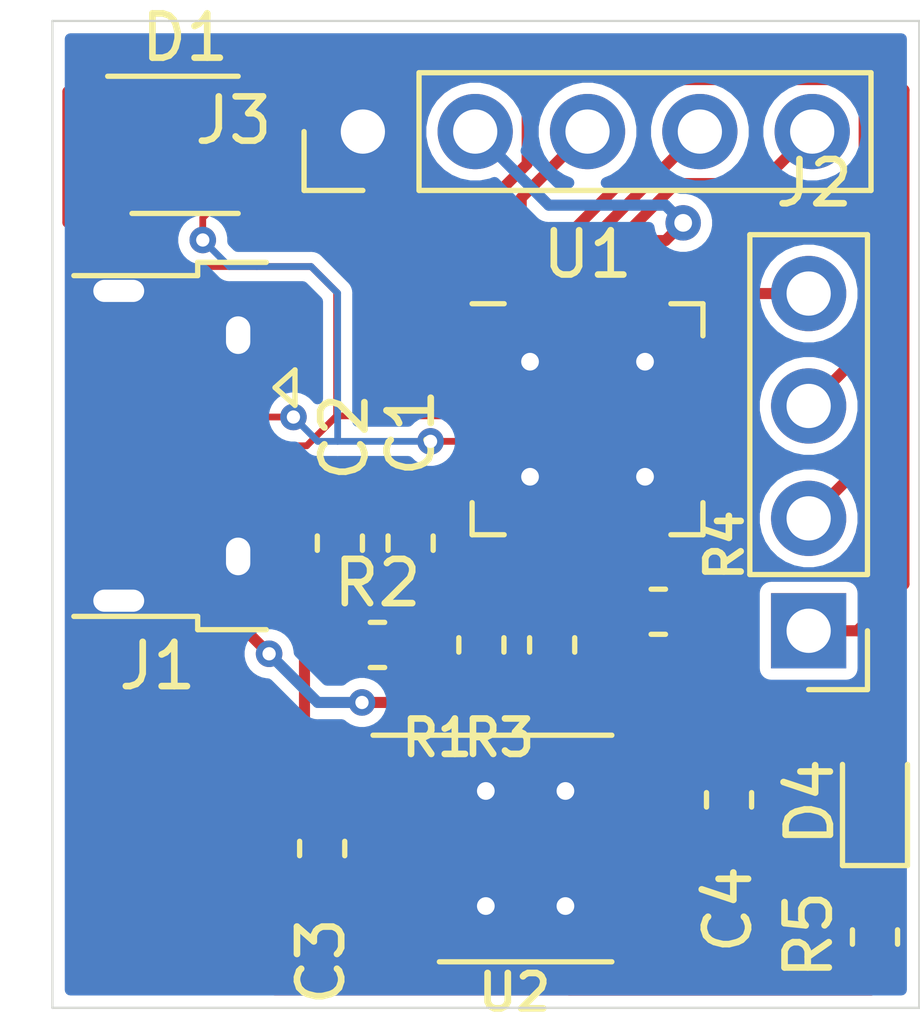
<source format=kicad_pcb>
(kicad_pcb (version 20171130) (host pcbnew "(5.1.5)-2")

  (general
    (thickness 1.6)
    (drawings 4)
    (tracks 193)
    (zones 0)
    (modules 16)
    (nets 18)
  )

  (page USLetter)
  (layers
    (0 F.Cu signal)
    (31 B.Cu signal)
    (32 B.Adhes user)
    (33 F.Adhes user)
    (34 B.Paste user)
    (35 F.Paste user)
    (36 B.SilkS user)
    (37 F.SilkS user)
    (38 B.Mask user)
    (39 F.Mask user)
    (40 Dwgs.User user)
    (41 Cmts.User user)
    (42 Eco1.User user)
    (43 Eco2.User user)
    (44 Edge.Cuts user)
    (45 Margin user)
    (46 B.CrtYd user)
    (47 F.CrtYd user)
    (48 B.Fab user hide)
    (49 F.Fab user hide)
  )

  (setup
    (last_trace_width 0.25)
    (user_trace_width 0.1524)
    (trace_clearance 0.2)
    (zone_clearance 0.254)
    (zone_45_only no)
    (trace_min 0.1524)
    (via_size 0.8)
    (via_drill 0.4)
    (via_min_size 0.4)
    (via_min_drill 0.3)
    (user_via 0.6 0.3)
    (uvia_size 0.3)
    (uvia_drill 0.1)
    (uvias_allowed no)
    (uvia_min_size 0.2)
    (uvia_min_drill 0.1)
    (edge_width 0.05)
    (segment_width 0.2)
    (pcb_text_width 0.3)
    (pcb_text_size 1.5 1.5)
    (mod_edge_width 0.12)
    (mod_text_size 1 1)
    (mod_text_width 0.15)
    (pad_size 1.524 1.524)
    (pad_drill 0.762)
    (pad_to_mask_clearance 0.051)
    (solder_mask_min_width 0.25)
    (aux_axis_origin 0 0)
    (visible_elements 7FFFFFFF)
    (pcbplotparams
      (layerselection 0x010fc_ffffffff)
      (usegerberextensions false)
      (usegerberattributes false)
      (usegerberadvancedattributes false)
      (creategerberjobfile false)
      (excludeedgelayer true)
      (linewidth 0.100000)
      (plotframeref false)
      (viasonmask false)
      (mode 1)
      (useauxorigin false)
      (hpglpennumber 1)
      (hpglpenspeed 20)
      (hpglpendiameter 15.000000)
      (psnegative false)
      (psa4output false)
      (plotreference true)
      (plotvalue true)
      (plotinvisibletext false)
      (padsonsilk false)
      (subtractmaskfromsilk false)
      (outputformat 1)
      (mirror false)
      (drillshape 0)
      (scaleselection 1)
      (outputdirectory "output/"))
  )

  (net 0 "")
  (net 1 +3V3)
  (net 2 GND)
  (net 3 "Net-(D4-Pad1)")
  (net 4 "Net-(R1-Pad1)")
  (net 5 "Net-(R3-Pad1)")
  (net 6 "Net-(R4-Pad2)")
  (net 7 /VBUS)
  (net 8 /D+)
  (net 9 /D-)
  (net 10 /RI)
  (net 11 /DCD)
  (net 12 /DSR)
  (net 13 /CTS)
  (net 14 /RTS)
  (net 15 /DTR)
  (net 16 /TXD)
  (net 17 /RXD)

  (net_class Default "This is the default net class."
    (clearance 0.2)
    (trace_width 0.25)
    (via_dia 0.8)
    (via_drill 0.4)
    (uvia_dia 0.3)
    (uvia_drill 0.1)
    (add_net +3V3)
    (add_net /CTS)
    (add_net /D+)
    (add_net /D-)
    (add_net /DCD)
    (add_net /DSR)
    (add_net /DTR)
    (add_net /RI)
    (add_net /RTS)
    (add_net /RXD)
    (add_net /TXD)
    (add_net /VBUS)
    (add_net GND)
    (add_net "Net-(D4-Pad1)")
    (add_net "Net-(R1-Pad1)")
    (add_net "Net-(R3-Pad1)")
    (add_net "Net-(R4-Pad2)")
  )

  (module Resistor_SMD:R_0603_1608Metric (layer F.Cu) (tedit 5B301BBD) (tstamp 5F8E6348)
    (at 60.7 73.8 270)
    (descr "Resistor SMD 0603 (1608 Metric), square (rectangular) end terminal, IPC_7351 nominal, (Body size source: http://www.tortai-tech.com/upload/download/2011102023233369053.pdf), generated with kicad-footprint-generator")
    (tags resistor)
    (path /5F8F3574)
    (attr smd)
    (fp_text reference R1 (at 2.1 1 180) (layer F.SilkS)
      (effects (font (size 0.8 0.8) (thickness 0.15)))
    )
    (fp_text value 22.1K (at 0 1.43 90) (layer F.Fab)
      (effects (font (size 1 1) (thickness 0.15)))
    )
    (fp_text user %R (at 0 0 90) (layer F.Fab)
      (effects (font (size 0.4 0.4) (thickness 0.06)))
    )
    (fp_line (start 1.48 0.73) (end -1.48 0.73) (layer F.CrtYd) (width 0.05))
    (fp_line (start 1.48 -0.73) (end 1.48 0.73) (layer F.CrtYd) (width 0.05))
    (fp_line (start -1.48 -0.73) (end 1.48 -0.73) (layer F.CrtYd) (width 0.05))
    (fp_line (start -1.48 0.73) (end -1.48 -0.73) (layer F.CrtYd) (width 0.05))
    (fp_line (start -0.162779 0.51) (end 0.162779 0.51) (layer F.SilkS) (width 0.12))
    (fp_line (start -0.162779 -0.51) (end 0.162779 -0.51) (layer F.SilkS) (width 0.12))
    (fp_line (start 0.8 0.4) (end -0.8 0.4) (layer F.Fab) (width 0.1))
    (fp_line (start 0.8 -0.4) (end 0.8 0.4) (layer F.Fab) (width 0.1))
    (fp_line (start -0.8 -0.4) (end 0.8 -0.4) (layer F.Fab) (width 0.1))
    (fp_line (start -0.8 0.4) (end -0.8 -0.4) (layer F.Fab) (width 0.1))
    (pad 2 smd roundrect (at 0.7875 0 270) (size 0.875 0.95) (layers F.Cu F.Paste F.Mask) (roundrect_rratio 0.25)
      (net 7 /VBUS))
    (pad 1 smd roundrect (at -0.7875 0 270) (size 0.875 0.95) (layers F.Cu F.Paste F.Mask) (roundrect_rratio 0.25)
      (net 4 "Net-(R1-Pad1)"))
    (model ${KISYS3DMOD}/Resistor_SMD.3dshapes/R_0603_1608Metric.wrl
      (at (xyz 0 0 0))
      (scale (xyz 1 1 1))
      (rotate (xyz 0 0 0))
    )
  )

  (module Capacitor_SMD:C_0603_1608Metric (layer F.Cu) (tedit 5B301BBE) (tstamp 5F90616C)
    (at 57.5 71.5 270)
    (descr "Capacitor SMD 0603 (1608 Metric), square (rectangular) end terminal, IPC_7351 nominal, (Body size source: http://www.tortai-tech.com/upload/download/2011102023233369053.pdf), generated with kicad-footprint-generator")
    (tags capacitor)
    (path /5F9037F5)
    (attr smd)
    (fp_text reference C2 (at -2.4 -0.1 90) (layer F.SilkS)
      (effects (font (size 1 1) (thickness 0.15)))
    )
    (fp_text value .1uF (at 0 1.43 90) (layer F.Fab)
      (effects (font (size 1 1) (thickness 0.15)))
    )
    (fp_text user %R (at 0 0 90) (layer F.Fab)
      (effects (font (size 0.4 0.4) (thickness 0.06)))
    )
    (fp_line (start 1.48 0.73) (end -1.48 0.73) (layer F.CrtYd) (width 0.05))
    (fp_line (start 1.48 -0.73) (end 1.48 0.73) (layer F.CrtYd) (width 0.05))
    (fp_line (start -1.48 -0.73) (end 1.48 -0.73) (layer F.CrtYd) (width 0.05))
    (fp_line (start -1.48 0.73) (end -1.48 -0.73) (layer F.CrtYd) (width 0.05))
    (fp_line (start -0.162779 0.51) (end 0.162779 0.51) (layer F.SilkS) (width 0.12))
    (fp_line (start -0.162779 -0.51) (end 0.162779 -0.51) (layer F.SilkS) (width 0.12))
    (fp_line (start 0.8 0.4) (end -0.8 0.4) (layer F.Fab) (width 0.1))
    (fp_line (start 0.8 -0.4) (end 0.8 0.4) (layer F.Fab) (width 0.1))
    (fp_line (start -0.8 -0.4) (end 0.8 -0.4) (layer F.Fab) (width 0.1))
    (fp_line (start -0.8 0.4) (end -0.8 -0.4) (layer F.Fab) (width 0.1))
    (pad 2 smd roundrect (at 0.7875 0 270) (size 0.875 0.95) (layers F.Cu F.Paste F.Mask) (roundrect_rratio 0.25)
      (net 2 GND))
    (pad 1 smd roundrect (at -0.7875 0 270) (size 0.875 0.95) (layers F.Cu F.Paste F.Mask) (roundrect_rratio 0.25)
      (net 1 +3V3))
    (model ${KISYS3DMOD}/Capacitor_SMD.3dshapes/C_0603_1608Metric.wrl
      (at (xyz 0 0 0))
      (scale (xyz 1 1 1))
      (rotate (xyz 0 0 0))
    )
  )

  (module Capacitor_SMD:C_0603_1608Metric (layer F.Cu) (tedit 5B301BBE) (tstamp 5F8E6260)
    (at 59.1 71.5 270)
    (descr "Capacitor SMD 0603 (1608 Metric), square (rectangular) end terminal, IPC_7351 nominal, (Body size source: http://www.tortai-tech.com/upload/download/2011102023233369053.pdf), generated with kicad-footprint-generator")
    (tags capacitor)
    (path /5F9023D7)
    (attr smd)
    (fp_text reference C1 (at -2.5 0 90) (layer F.SilkS)
      (effects (font (size 1 1) (thickness 0.15)))
    )
    (fp_text value 4.7Uf (at 0 1.43 90) (layer F.Fab)
      (effects (font (size 1 1) (thickness 0.15)))
    )
    (fp_line (start -0.8 0.4) (end -0.8 -0.4) (layer F.Fab) (width 0.1))
    (fp_line (start -0.8 -0.4) (end 0.8 -0.4) (layer F.Fab) (width 0.1))
    (fp_line (start 0.8 -0.4) (end 0.8 0.4) (layer F.Fab) (width 0.1))
    (fp_line (start 0.8 0.4) (end -0.8 0.4) (layer F.Fab) (width 0.1))
    (fp_line (start -0.162779 -0.51) (end 0.162779 -0.51) (layer F.SilkS) (width 0.12))
    (fp_line (start -0.162779 0.51) (end 0.162779 0.51) (layer F.SilkS) (width 0.12))
    (fp_line (start -1.48 0.73) (end -1.48 -0.73) (layer F.CrtYd) (width 0.05))
    (fp_line (start -1.48 -0.73) (end 1.48 -0.73) (layer F.CrtYd) (width 0.05))
    (fp_line (start 1.48 -0.73) (end 1.48 0.73) (layer F.CrtYd) (width 0.05))
    (fp_line (start 1.48 0.73) (end -1.48 0.73) (layer F.CrtYd) (width 0.05))
    (fp_text user %R (at 0 0 90) (layer F.Fab)
      (effects (font (size 0.4 0.4) (thickness 0.06)))
    )
    (pad 1 smd roundrect (at -0.7875 0 270) (size 0.875 0.95) (layers F.Cu F.Paste F.Mask) (roundrect_rratio 0.25)
      (net 1 +3V3))
    (pad 2 smd roundrect (at 0.7875 0 270) (size 0.875 0.95) (layers F.Cu F.Paste F.Mask) (roundrect_rratio 0.25)
      (net 2 GND))
    (model ${KISYS3DMOD}/Capacitor_SMD.3dshapes/C_0603_1608Metric.wrl
      (at (xyz 0 0 0))
      (scale (xyz 1 1 1))
      (rotate (xyz 0 0 0))
    )
  )

  (module Capacitor_SMD:C_0603_1608Metric (layer F.Cu) (tedit 5B301BBE) (tstamp 5F8E6282)
    (at 57.1 78.4 270)
    (descr "Capacitor SMD 0603 (1608 Metric), square (rectangular) end terminal, IPC_7351 nominal, (Body size source: http://www.tortai-tech.com/upload/download/2011102023233369053.pdf), generated with kicad-footprint-generator")
    (tags capacitor)
    (path /5F930E3C)
    (attr smd)
    (fp_text reference C3 (at 2.55 0.025 90) (layer F.SilkS)
      (effects (font (size 1 1) (thickness 0.15)))
    )
    (fp_text value 1uF (at 0 1.43 90) (layer F.Fab)
      (effects (font (size 1 1) (thickness 0.15)))
    )
    (fp_line (start -0.8 0.4) (end -0.8 -0.4) (layer F.Fab) (width 0.1))
    (fp_line (start -0.8 -0.4) (end 0.8 -0.4) (layer F.Fab) (width 0.1))
    (fp_line (start 0.8 -0.4) (end 0.8 0.4) (layer F.Fab) (width 0.1))
    (fp_line (start 0.8 0.4) (end -0.8 0.4) (layer F.Fab) (width 0.1))
    (fp_line (start -0.162779 -0.51) (end 0.162779 -0.51) (layer F.SilkS) (width 0.12))
    (fp_line (start -0.162779 0.51) (end 0.162779 0.51) (layer F.SilkS) (width 0.12))
    (fp_line (start -1.48 0.73) (end -1.48 -0.73) (layer F.CrtYd) (width 0.05))
    (fp_line (start -1.48 -0.73) (end 1.48 -0.73) (layer F.CrtYd) (width 0.05))
    (fp_line (start 1.48 -0.73) (end 1.48 0.73) (layer F.CrtYd) (width 0.05))
    (fp_line (start 1.48 0.73) (end -1.48 0.73) (layer F.CrtYd) (width 0.05))
    (fp_text user %R (at 0 0 90) (layer F.Fab)
      (effects (font (size 0.4 0.4) (thickness 0.06)))
    )
    (pad 1 smd roundrect (at -0.7875 0 270) (size 0.875 0.95) (layers F.Cu F.Paste F.Mask) (roundrect_rratio 0.25)
      (net 1 +3V3))
    (pad 2 smd roundrect (at 0.7875 0 270) (size 0.875 0.95) (layers F.Cu F.Paste F.Mask) (roundrect_rratio 0.25)
      (net 2 GND))
    (model ${KISYS3DMOD}/Capacitor_SMD.3dshapes/C_0603_1608Metric.wrl
      (at (xyz 0 0 0))
      (scale (xyz 1 1 1))
      (rotate (xyz 0 0 0))
    )
  )

  (module Capacitor_SMD:C_0603_1608Metric (layer F.Cu) (tedit 5B301BBE) (tstamp 5F8E6293)
    (at 66.3 77.3 270)
    (descr "Capacitor SMD 0603 (1608 Metric), square (rectangular) end terminal, IPC_7351 nominal, (Body size source: http://www.tortai-tech.com/upload/download/2011102023233369053.pdf), generated with kicad-footprint-generator")
    (tags capacitor)
    (path /5F943FD3)
    (attr smd)
    (fp_text reference C4 (at 2.475 0.025 90) (layer F.SilkS)
      (effects (font (size 1 1) (thickness 0.15)))
    )
    (fp_text value 1uF (at 0 1.43 90) (layer F.Fab)
      (effects (font (size 1 1) (thickness 0.15)))
    )
    (fp_text user %R (at 0 0 90) (layer F.Fab)
      (effects (font (size 0.4 0.4) (thickness 0.06)))
    )
    (fp_line (start 1.48 0.73) (end -1.48 0.73) (layer F.CrtYd) (width 0.05))
    (fp_line (start 1.48 -0.73) (end 1.48 0.73) (layer F.CrtYd) (width 0.05))
    (fp_line (start -1.48 -0.73) (end 1.48 -0.73) (layer F.CrtYd) (width 0.05))
    (fp_line (start -1.48 0.73) (end -1.48 -0.73) (layer F.CrtYd) (width 0.05))
    (fp_line (start -0.162779 0.51) (end 0.162779 0.51) (layer F.SilkS) (width 0.12))
    (fp_line (start -0.162779 -0.51) (end 0.162779 -0.51) (layer F.SilkS) (width 0.12))
    (fp_line (start 0.8 0.4) (end -0.8 0.4) (layer F.Fab) (width 0.1))
    (fp_line (start 0.8 -0.4) (end 0.8 0.4) (layer F.Fab) (width 0.1))
    (fp_line (start -0.8 -0.4) (end 0.8 -0.4) (layer F.Fab) (width 0.1))
    (fp_line (start -0.8 0.4) (end -0.8 -0.4) (layer F.Fab) (width 0.1))
    (pad 2 smd roundrect (at 0.7875 0 270) (size 0.875 0.95) (layers F.Cu F.Paste F.Mask) (roundrect_rratio 0.25)
      (net 2 GND))
    (pad 1 smd roundrect (at -0.7875 0 270) (size 0.875 0.95) (layers F.Cu F.Paste F.Mask) (roundrect_rratio 0.25)
      (net 7 /VBUS))
    (model ${KISYS3DMOD}/Capacitor_SMD.3dshapes/C_0603_1608Metric.wrl
      (at (xyz 0 0 0))
      (scale (xyz 1 1 1))
      (rotate (xyz 0 0 0))
    )
  )

  (module LED_SMD:LED_0603_1608Metric (layer F.Cu) (tedit 5B301BBE) (tstamp 5F8E62DF)
    (at 69.6 77.3 90)
    (descr "LED SMD 0603 (1608 Metric), square (rectangular) end terminal, IPC_7351 nominal, (Body size source: http://www.tortai-tech.com/upload/download/2011102023233369053.pdf), generated with kicad-footprint-generator")
    (tags diode)
    (path /5F94C90C)
    (attr smd)
    (fp_text reference D4 (at -0.05 -1.475 90) (layer F.SilkS)
      (effects (font (size 1 1) (thickness 0.15)))
    )
    (fp_text value LED (at 0 1.43 90) (layer F.Fab)
      (effects (font (size 1 1) (thickness 0.15)))
    )
    (fp_line (start 0.8 -0.4) (end -0.5 -0.4) (layer F.Fab) (width 0.1))
    (fp_line (start -0.5 -0.4) (end -0.8 -0.1) (layer F.Fab) (width 0.1))
    (fp_line (start -0.8 -0.1) (end -0.8 0.4) (layer F.Fab) (width 0.1))
    (fp_line (start -0.8 0.4) (end 0.8 0.4) (layer F.Fab) (width 0.1))
    (fp_line (start 0.8 0.4) (end 0.8 -0.4) (layer F.Fab) (width 0.1))
    (fp_line (start 0.8 -0.735) (end -1.485 -0.735) (layer F.SilkS) (width 0.12))
    (fp_line (start -1.485 -0.735) (end -1.485 0.735) (layer F.SilkS) (width 0.12))
    (fp_line (start -1.485 0.735) (end 0.8 0.735) (layer F.SilkS) (width 0.12))
    (fp_line (start -1.48 0.73) (end -1.48 -0.73) (layer F.CrtYd) (width 0.05))
    (fp_line (start -1.48 -0.73) (end 1.48 -0.73) (layer F.CrtYd) (width 0.05))
    (fp_line (start 1.48 -0.73) (end 1.48 0.73) (layer F.CrtYd) (width 0.05))
    (fp_line (start 1.48 0.73) (end -1.48 0.73) (layer F.CrtYd) (width 0.05))
    (fp_text user %R (at 0 0 90) (layer F.Fab)
      (effects (font (size 0.4 0.4) (thickness 0.06)))
    )
    (pad 1 smd roundrect (at -0.7875 0 90) (size 0.875 0.95) (layers F.Cu F.Paste F.Mask) (roundrect_rratio 0.25)
      (net 3 "Net-(D4-Pad1)"))
    (pad 2 smd roundrect (at 0.7875 0 90) (size 0.875 0.95) (layers F.Cu F.Paste F.Mask) (roundrect_rratio 0.25)
      (net 7 /VBUS))
    (model ${KISYS3DMOD}/LED_SMD.3dshapes/LED_0603_1608Metric.wrl
      (at (xyz 0 0 0))
      (scale (xyz 1 1 1))
      (rotate (xyz 0 0 0))
    )
  )

  (module Connector_PinHeader_2.54mm:PinHeader_1x04_P2.54mm_Vertical (layer F.Cu) (tedit 59FED5CC) (tstamp 5F8E631E)
    (at 68.1 73.48 180)
    (descr "Through hole straight pin header, 1x04, 2.54mm pitch, single row")
    (tags "Through hole pin header THT 1x04 2.54mm single row")
    (path /5F917469)
    (fp_text reference J2 (at -0.125 10.115) (layer F.SilkS)
      (effects (font (size 1 1) (thickness 0.15)))
    )
    (fp_text value Conn_01x04_Male (at 0 9.95) (layer F.Fab)
      (effects (font (size 1 1) (thickness 0.15)))
    )
    (fp_line (start -0.635 -1.27) (end 1.27 -1.27) (layer F.Fab) (width 0.1))
    (fp_line (start 1.27 -1.27) (end 1.27 8.89) (layer F.Fab) (width 0.1))
    (fp_line (start 1.27 8.89) (end -1.27 8.89) (layer F.Fab) (width 0.1))
    (fp_line (start -1.27 8.89) (end -1.27 -0.635) (layer F.Fab) (width 0.1))
    (fp_line (start -1.27 -0.635) (end -0.635 -1.27) (layer F.Fab) (width 0.1))
    (fp_line (start -1.33 8.95) (end 1.33 8.95) (layer F.SilkS) (width 0.12))
    (fp_line (start -1.33 1.27) (end -1.33 8.95) (layer F.SilkS) (width 0.12))
    (fp_line (start 1.33 1.27) (end 1.33 8.95) (layer F.SilkS) (width 0.12))
    (fp_line (start -1.33 1.27) (end 1.33 1.27) (layer F.SilkS) (width 0.12))
    (fp_line (start -1.33 0) (end -1.33 -1.33) (layer F.SilkS) (width 0.12))
    (fp_line (start -1.33 -1.33) (end 0 -1.33) (layer F.SilkS) (width 0.12))
    (fp_line (start -1.8 -1.8) (end -1.8 9.4) (layer F.CrtYd) (width 0.05))
    (fp_line (start -1.8 9.4) (end 1.8 9.4) (layer F.CrtYd) (width 0.05))
    (fp_line (start 1.8 9.4) (end 1.8 -1.8) (layer F.CrtYd) (width 0.05))
    (fp_line (start 1.8 -1.8) (end -1.8 -1.8) (layer F.CrtYd) (width 0.05))
    (fp_text user %R (at 0 3.81 90) (layer F.Fab)
      (effects (font (size 1 1) (thickness 0.15)))
    )
    (pad 1 thru_hole rect (at 0 0 180) (size 1.7 1.7) (drill 1) (layers *.Cu *.Mask)
      (net 10 /RI))
    (pad 2 thru_hole oval (at 0 2.54 180) (size 1.7 1.7) (drill 1) (layers *.Cu *.Mask)
      (net 11 /DCD))
    (pad 3 thru_hole oval (at 0 5.08 180) (size 1.7 1.7) (drill 1) (layers *.Cu *.Mask)
      (net 12 /DSR))
    (pad 4 thru_hole oval (at 0 7.62 180) (size 1.7 1.7) (drill 1) (layers *.Cu *.Mask)
      (net 13 /CTS))
    (model ${KISYS3DMOD}/Connector_PinHeader_2.54mm.3dshapes/PinHeader_1x04_P2.54mm_Vertical.wrl
      (at (xyz 0 0 0))
      (scale (xyz 1 1 1))
      (rotate (xyz 0 0 0))
    )
  )

  (module Connector_PinHeader_2.54mm:PinHeader_1x05_P2.54mm_Vertical (layer F.Cu) (tedit 59FED5CC) (tstamp 5F8E6337)
    (at 58.02 62.2 90)
    (descr "Through hole straight pin header, 1x05, 2.54mm pitch, single row")
    (tags "Through hole pin header THT 1x05 2.54mm single row")
    (path /5F8E9F9A)
    (fp_text reference J3 (at 0.25 -2.925 180) (layer F.SilkS)
      (effects (font (size 1 1) (thickness 0.15)))
    )
    (fp_text value Conn_01x05_Male (at 0 12.49 90) (layer F.Fab)
      (effects (font (size 1 1) (thickness 0.15)))
    )
    (fp_line (start -0.635 -1.27) (end 1.27 -1.27) (layer F.Fab) (width 0.1))
    (fp_line (start 1.27 -1.27) (end 1.27 11.43) (layer F.Fab) (width 0.1))
    (fp_line (start 1.27 11.43) (end -1.27 11.43) (layer F.Fab) (width 0.1))
    (fp_line (start -1.27 11.43) (end -1.27 -0.635) (layer F.Fab) (width 0.1))
    (fp_line (start -1.27 -0.635) (end -0.635 -1.27) (layer F.Fab) (width 0.1))
    (fp_line (start -1.33 11.49) (end 1.33 11.49) (layer F.SilkS) (width 0.12))
    (fp_line (start -1.33 1.27) (end -1.33 11.49) (layer F.SilkS) (width 0.12))
    (fp_line (start 1.33 1.27) (end 1.33 11.49) (layer F.SilkS) (width 0.12))
    (fp_line (start -1.33 1.27) (end 1.33 1.27) (layer F.SilkS) (width 0.12))
    (fp_line (start -1.33 0) (end -1.33 -1.33) (layer F.SilkS) (width 0.12))
    (fp_line (start -1.33 -1.33) (end 0 -1.33) (layer F.SilkS) (width 0.12))
    (fp_line (start -1.8 -1.8) (end -1.8 11.95) (layer F.CrtYd) (width 0.05))
    (fp_line (start -1.8 11.95) (end 1.8 11.95) (layer F.CrtYd) (width 0.05))
    (fp_line (start 1.8 11.95) (end 1.8 -1.8) (layer F.CrtYd) (width 0.05))
    (fp_line (start 1.8 -1.8) (end -1.8 -1.8) (layer F.CrtYd) (width 0.05))
    (fp_text user %R (at 0 5.08) (layer F.Fab)
      (effects (font (size 1 1) (thickness 0.15)))
    )
    (pad 1 thru_hole rect (at 0 0 90) (size 1.7 1.7) (drill 1) (layers *.Cu *.Mask)
      (net 2 GND))
    (pad 2 thru_hole oval (at 0 2.54 90) (size 1.7 1.7) (drill 1) (layers *.Cu *.Mask)
      (net 14 /RTS))
    (pad 3 thru_hole oval (at 0 5.08 90) (size 1.7 1.7) (drill 1) (layers *.Cu *.Mask)
      (net 15 /DTR))
    (pad 4 thru_hole oval (at 0 7.62 90) (size 1.7 1.7) (drill 1) (layers *.Cu *.Mask)
      (net 16 /TXD))
    (pad 5 thru_hole oval (at 0 10.16 90) (size 1.7 1.7) (drill 1) (layers *.Cu *.Mask)
      (net 17 /RXD))
    (model ${KISYS3DMOD}/Connector_PinHeader_2.54mm.3dshapes/PinHeader_1x05_P2.54mm_Vertical.wrl
      (at (xyz 0 0 0))
      (scale (xyz 1 1 1))
      (rotate (xyz 0 0 0))
    )
  )

  (module Resistor_SMD:R_0603_1608Metric (layer F.Cu) (tedit 5B301BBD) (tstamp 5F8E6359)
    (at 58.35 73.8 180)
    (descr "Resistor SMD 0603 (1608 Metric), square (rectangular) end terminal, IPC_7351 nominal, (Body size source: http://www.tortai-tech.com/upload/download/2011102023233369053.pdf), generated with kicad-footprint-generator")
    (tags resistor)
    (path /5F8F43A7)
    (attr smd)
    (fp_text reference R2 (at 0 1.4) (layer F.SilkS)
      (effects (font (size 1 1) (thickness 0.15)))
    )
    (fp_text value 47.5K (at 0 1.43) (layer F.Fab)
      (effects (font (size 1 1) (thickness 0.15)))
    )
    (fp_line (start -0.8 0.4) (end -0.8 -0.4) (layer F.Fab) (width 0.1))
    (fp_line (start -0.8 -0.4) (end 0.8 -0.4) (layer F.Fab) (width 0.1))
    (fp_line (start 0.8 -0.4) (end 0.8 0.4) (layer F.Fab) (width 0.1))
    (fp_line (start 0.8 0.4) (end -0.8 0.4) (layer F.Fab) (width 0.1))
    (fp_line (start -0.162779 -0.51) (end 0.162779 -0.51) (layer F.SilkS) (width 0.12))
    (fp_line (start -0.162779 0.51) (end 0.162779 0.51) (layer F.SilkS) (width 0.12))
    (fp_line (start -1.48 0.73) (end -1.48 -0.73) (layer F.CrtYd) (width 0.05))
    (fp_line (start -1.48 -0.73) (end 1.48 -0.73) (layer F.CrtYd) (width 0.05))
    (fp_line (start 1.48 -0.73) (end 1.48 0.73) (layer F.CrtYd) (width 0.05))
    (fp_line (start 1.48 0.73) (end -1.48 0.73) (layer F.CrtYd) (width 0.05))
    (fp_text user %R (at 0 0) (layer F.Fab)
      (effects (font (size 0.4 0.4) (thickness 0.06)))
    )
    (pad 1 smd roundrect (at -0.7875 0 180) (size 0.875 0.95) (layers F.Cu F.Paste F.Mask) (roundrect_rratio 0.25)
      (net 4 "Net-(R1-Pad1)"))
    (pad 2 smd roundrect (at 0.7875 0 180) (size 0.875 0.95) (layers F.Cu F.Paste F.Mask) (roundrect_rratio 0.25)
      (net 2 GND))
    (model ${KISYS3DMOD}/Resistor_SMD.3dshapes/R_0603_1608Metric.wrl
      (at (xyz 0 0 0))
      (scale (xyz 1 1 1))
      (rotate (xyz 0 0 0))
    )
  )

  (module Resistor_SMD:R_0603_1608Metric (layer F.Cu) (tedit 5B301BBD) (tstamp 5F8E636A)
    (at 62.3 73.8 270)
    (descr "Resistor SMD 0603 (1608 Metric), square (rectangular) end terminal, IPC_7351 nominal, (Body size source: http://www.tortai-tech.com/upload/download/2011102023233369053.pdf), generated with kicad-footprint-generator")
    (tags resistor)
    (path /5F8EDAD6)
    (attr smd)
    (fp_text reference R3 (at 2.1 1.2 180) (layer F.SilkS)
      (effects (font (size 0.8 0.8) (thickness 0.15)))
    )
    (fp_text value 2K (at 0 1.43 90) (layer F.Fab)
      (effects (font (size 1 1) (thickness 0.15)))
    )
    (fp_line (start -0.8 0.4) (end -0.8 -0.4) (layer F.Fab) (width 0.1))
    (fp_line (start -0.8 -0.4) (end 0.8 -0.4) (layer F.Fab) (width 0.1))
    (fp_line (start 0.8 -0.4) (end 0.8 0.4) (layer F.Fab) (width 0.1))
    (fp_line (start 0.8 0.4) (end -0.8 0.4) (layer F.Fab) (width 0.1))
    (fp_line (start -0.162779 -0.51) (end 0.162779 -0.51) (layer F.SilkS) (width 0.12))
    (fp_line (start -0.162779 0.51) (end 0.162779 0.51) (layer F.SilkS) (width 0.12))
    (fp_line (start -1.48 0.73) (end -1.48 -0.73) (layer F.CrtYd) (width 0.05))
    (fp_line (start -1.48 -0.73) (end 1.48 -0.73) (layer F.CrtYd) (width 0.05))
    (fp_line (start 1.48 -0.73) (end 1.48 0.73) (layer F.CrtYd) (width 0.05))
    (fp_line (start 1.48 0.73) (end -1.48 0.73) (layer F.CrtYd) (width 0.05))
    (fp_text user %R (at 0 0 90) (layer F.Fab)
      (effects (font (size 0.4 0.4) (thickness 0.06)))
    )
    (pad 1 smd roundrect (at -0.7875 0 270) (size 0.875 0.95) (layers F.Cu F.Paste F.Mask) (roundrect_rratio 0.25)
      (net 5 "Net-(R3-Pad1)"))
    (pad 2 smd roundrect (at 0.7875 0 270) (size 0.875 0.95) (layers F.Cu F.Paste F.Mask) (roundrect_rratio 0.25)
      (net 1 +3V3))
    (model ${KISYS3DMOD}/Resistor_SMD.3dshapes/R_0603_1608Metric.wrl
      (at (xyz 0 0 0))
      (scale (xyz 1 1 1))
      (rotate (xyz 0 0 0))
    )
  )

  (module Resistor_SMD:R_0603_1608Metric (layer F.Cu) (tedit 5B301BBD) (tstamp 5F8E637B)
    (at 64.7 73.05 180)
    (descr "Resistor SMD 0603 (1608 Metric), square (rectangular) end terminal, IPC_7351 nominal, (Body size source: http://www.tortai-tech.com/upload/download/2011102023233369053.pdf), generated with kicad-footprint-generator")
    (tags resistor)
    (path /5F8EC637)
    (attr smd)
    (fp_text reference R4 (at -1.5 1.5 90) (layer F.SilkS)
      (effects (font (size 0.8 0.8) (thickness 0.15)))
    )
    (fp_text value 10K (at 0 1.43) (layer F.Fab)
      (effects (font (size 1 1) (thickness 0.15)))
    )
    (fp_text user %R (at 0 0) (layer F.Fab)
      (effects (font (size 0.4 0.4) (thickness 0.06)))
    )
    (fp_line (start 1.48 0.73) (end -1.48 0.73) (layer F.CrtYd) (width 0.05))
    (fp_line (start 1.48 -0.73) (end 1.48 0.73) (layer F.CrtYd) (width 0.05))
    (fp_line (start -1.48 -0.73) (end 1.48 -0.73) (layer F.CrtYd) (width 0.05))
    (fp_line (start -1.48 0.73) (end -1.48 -0.73) (layer F.CrtYd) (width 0.05))
    (fp_line (start -0.162779 0.51) (end 0.162779 0.51) (layer F.SilkS) (width 0.12))
    (fp_line (start -0.162779 -0.51) (end 0.162779 -0.51) (layer F.SilkS) (width 0.12))
    (fp_line (start 0.8 0.4) (end -0.8 0.4) (layer F.Fab) (width 0.1))
    (fp_line (start 0.8 -0.4) (end 0.8 0.4) (layer F.Fab) (width 0.1))
    (fp_line (start -0.8 -0.4) (end 0.8 -0.4) (layer F.Fab) (width 0.1))
    (fp_line (start -0.8 0.4) (end -0.8 -0.4) (layer F.Fab) (width 0.1))
    (pad 2 smd roundrect (at 0.7875 0 180) (size 0.875 0.95) (layers F.Cu F.Paste F.Mask) (roundrect_rratio 0.25)
      (net 6 "Net-(R4-Pad2)"))
    (pad 1 smd roundrect (at -0.7875 0 180) (size 0.875 0.95) (layers F.Cu F.Paste F.Mask) (roundrect_rratio 0.25)
      (net 2 GND))
    (model ${KISYS3DMOD}/Resistor_SMD.3dshapes/R_0603_1608Metric.wrl
      (at (xyz 0 0 0))
      (scale (xyz 1 1 1))
      (rotate (xyz 0 0 0))
    )
  )

  (module Resistor_SMD:R_0603_1608Metric (layer F.Cu) (tedit 5B301BBD) (tstamp 5F8E638C)
    (at 69.6 80.4 270)
    (descr "Resistor SMD 0603 (1608 Metric), square (rectangular) end terminal, IPC_7351 nominal, (Body size source: http://www.tortai-tech.com/upload/download/2011102023233369053.pdf), generated with kicad-footprint-generator")
    (tags resistor)
    (path /5F950CD3)
    (attr smd)
    (fp_text reference R5 (at -0.05 1.5 90) (layer F.SilkS)
      (effects (font (size 1 1) (thickness 0.15)))
    )
    (fp_text value 2K (at 0 1.43 90) (layer F.Fab)
      (effects (font (size 1 1) (thickness 0.15)))
    )
    (fp_line (start -0.8 0.4) (end -0.8 -0.4) (layer F.Fab) (width 0.1))
    (fp_line (start -0.8 -0.4) (end 0.8 -0.4) (layer F.Fab) (width 0.1))
    (fp_line (start 0.8 -0.4) (end 0.8 0.4) (layer F.Fab) (width 0.1))
    (fp_line (start 0.8 0.4) (end -0.8 0.4) (layer F.Fab) (width 0.1))
    (fp_line (start -0.162779 -0.51) (end 0.162779 -0.51) (layer F.SilkS) (width 0.12))
    (fp_line (start -0.162779 0.51) (end 0.162779 0.51) (layer F.SilkS) (width 0.12))
    (fp_line (start -1.48 0.73) (end -1.48 -0.73) (layer F.CrtYd) (width 0.05))
    (fp_line (start -1.48 -0.73) (end 1.48 -0.73) (layer F.CrtYd) (width 0.05))
    (fp_line (start 1.48 -0.73) (end 1.48 0.73) (layer F.CrtYd) (width 0.05))
    (fp_line (start 1.48 0.73) (end -1.48 0.73) (layer F.CrtYd) (width 0.05))
    (fp_text user %R (at 0 0 90) (layer F.Fab)
      (effects (font (size 0.4 0.4) (thickness 0.06)))
    )
    (pad 1 smd roundrect (at -0.7875 0 270) (size 0.875 0.95) (layers F.Cu F.Paste F.Mask) (roundrect_rratio 0.25)
      (net 3 "Net-(D4-Pad1)"))
    (pad 2 smd roundrect (at 0.7875 0 270) (size 0.875 0.95) (layers F.Cu F.Paste F.Mask) (roundrect_rratio 0.25)
      (net 2 GND))
    (model ${KISYS3DMOD}/Resistor_SMD.3dshapes/R_0603_1608Metric.wrl
      (at (xyz 0 0 0))
      (scale (xyz 1 1 1))
      (rotate (xyz 0 0 0))
    )
  )

  (module Package_DFN_QFN:QFN-28-1EP_5x5mm_P0.5mm_EP3.35x3.35mm (layer F.Cu) (tedit 5C1FD453) (tstamp 5F905CEC)
    (at 63.1 68.7)
    (descr "QFN, 28 Pin (http://ww1.microchip.com/downloads/en/PackagingSpec/00000049BQ.pdf#page=283), generated with kicad-footprint-generator ipc_dfn_qfn_generator.py")
    (tags "QFN DFN_QFN")
    (path /5F8E89C9)
    (attr smd)
    (fp_text reference U1 (at 0 -3.725) (layer F.SilkS)
      (effects (font (size 1 1) (thickness 0.15)))
    )
    (fp_text value CP2102N-A01-GQFN28 (at 0 3.8) (layer F.Fab)
      (effects (font (size 1 1) (thickness 0.15)))
    )
    (fp_line (start 1.885 -2.61) (end 2.61 -2.61) (layer F.SilkS) (width 0.12))
    (fp_line (start 2.61 -2.61) (end 2.61 -1.885) (layer F.SilkS) (width 0.12))
    (fp_line (start -1.885 2.61) (end -2.61 2.61) (layer F.SilkS) (width 0.12))
    (fp_line (start -2.61 2.61) (end -2.61 1.885) (layer F.SilkS) (width 0.12))
    (fp_line (start 1.885 2.61) (end 2.61 2.61) (layer F.SilkS) (width 0.12))
    (fp_line (start 2.61 2.61) (end 2.61 1.885) (layer F.SilkS) (width 0.12))
    (fp_line (start -1.885 -2.61) (end -2.61 -2.61) (layer F.SilkS) (width 0.12))
    (fp_line (start -1.5 -2.5) (end 2.5 -2.5) (layer F.Fab) (width 0.1))
    (fp_line (start 2.5 -2.5) (end 2.5 2.5) (layer F.Fab) (width 0.1))
    (fp_line (start 2.5 2.5) (end -2.5 2.5) (layer F.Fab) (width 0.1))
    (fp_line (start -2.5 2.5) (end -2.5 -1.5) (layer F.Fab) (width 0.1))
    (fp_line (start -2.5 -1.5) (end -1.5 -2.5) (layer F.Fab) (width 0.1))
    (fp_line (start -3.1 -3.1) (end -3.1 3.1) (layer F.CrtYd) (width 0.05))
    (fp_line (start -3.1 3.1) (end 3.1 3.1) (layer F.CrtYd) (width 0.05))
    (fp_line (start 3.1 3.1) (end 3.1 -3.1) (layer F.CrtYd) (width 0.05))
    (fp_line (start 3.1 -3.1) (end -3.1 -3.1) (layer F.CrtYd) (width 0.05))
    (fp_text user %R (at 0 0) (layer F.Fab)
      (effects (font (size 1 1) (thickness 0.15)))
    )
    (pad 29 smd roundrect (at 0 0) (size 3.35 3.35) (layers F.Cu F.Mask) (roundrect_rratio 0.074627)
      (net 2 GND))
    (pad "" smd roundrect (at -1.12 -1.12) (size 0.9 0.9) (layers F.Paste) (roundrect_rratio 0.25))
    (pad "" smd roundrect (at -1.12 0) (size 0.9 0.9) (layers F.Paste) (roundrect_rratio 0.25))
    (pad "" smd roundrect (at -1.12 1.12) (size 0.9 0.9) (layers F.Paste) (roundrect_rratio 0.25))
    (pad "" smd roundrect (at 0 -1.12) (size 0.9 0.9) (layers F.Paste) (roundrect_rratio 0.25))
    (pad "" smd roundrect (at 0 0) (size 0.9 0.9) (layers F.Paste) (roundrect_rratio 0.25))
    (pad "" smd roundrect (at 0 1.12) (size 0.9 0.9) (layers F.Paste) (roundrect_rratio 0.25))
    (pad "" smd roundrect (at 1.12 -1.12) (size 0.9 0.9) (layers F.Paste) (roundrect_rratio 0.25))
    (pad "" smd roundrect (at 1.12 0) (size 0.9 0.9) (layers F.Paste) (roundrect_rratio 0.25))
    (pad "" smd roundrect (at 1.12 1.12) (size 0.9 0.9) (layers F.Paste) (roundrect_rratio 0.25))
    (pad 1 smd roundrect (at -2.45 -1.5) (size 0.8 0.25) (layers F.Cu F.Paste F.Mask) (roundrect_rratio 0.25)
      (net 11 /DCD))
    (pad 2 smd roundrect (at -2.45 -1) (size 0.8 0.25) (layers F.Cu F.Paste F.Mask) (roundrect_rratio 0.25)
      (net 10 /RI))
    (pad 3 smd roundrect (at -2.45 -0.5) (size 0.8 0.25) (layers F.Cu F.Paste F.Mask) (roundrect_rratio 0.25)
      (net 2 GND))
    (pad 4 smd roundrect (at -2.45 0) (size 0.8 0.25) (layers F.Cu F.Paste F.Mask) (roundrect_rratio 0.25)
      (net 8 /D+))
    (pad 5 smd roundrect (at -2.45 0.5) (size 0.8 0.25) (layers F.Cu F.Paste F.Mask) (roundrect_rratio 0.25)
      (net 9 /D-))
    (pad 6 smd roundrect (at -2.45 1) (size 0.8 0.25) (layers F.Cu F.Paste F.Mask) (roundrect_rratio 0.25)
      (net 1 +3V3))
    (pad 7 smd roundrect (at -2.45 1.5) (size 0.8 0.25) (layers F.Cu F.Paste F.Mask) (roundrect_rratio 0.25)
      (net 1 +3V3))
    (pad 8 smd roundrect (at -1.5 2.45) (size 0.25 0.8) (layers F.Cu F.Paste F.Mask) (roundrect_rratio 0.25)
      (net 4 "Net-(R1-Pad1)"))
    (pad 9 smd roundrect (at -1 2.45) (size 0.25 0.8) (layers F.Cu F.Paste F.Mask) (roundrect_rratio 0.25)
      (net 5 "Net-(R3-Pad1)"))
    (pad 10 smd roundrect (at -0.5 2.45) (size 0.25 0.8) (layers F.Cu F.Paste F.Mask) (roundrect_rratio 0.25))
    (pad 11 smd roundrect (at 0 2.45) (size 0.25 0.8) (layers F.Cu F.Paste F.Mask) (roundrect_rratio 0.25)
      (net 6 "Net-(R4-Pad2)"))
    (pad 12 smd roundrect (at 0.5 2.45) (size 0.25 0.8) (layers F.Cu F.Paste F.Mask) (roundrect_rratio 0.25))
    (pad 13 smd roundrect (at 1 2.45) (size 0.25 0.8) (layers F.Cu F.Paste F.Mask) (roundrect_rratio 0.25))
    (pad 14 smd roundrect (at 1.5 2.45) (size 0.25 0.8) (layers F.Cu F.Paste F.Mask) (roundrect_rratio 0.25))
    (pad 15 smd roundrect (at 2.45 1.5) (size 0.8 0.25) (layers F.Cu F.Paste F.Mask) (roundrect_rratio 0.25))
    (pad 16 smd roundrect (at 2.45 1) (size 0.8 0.25) (layers F.Cu F.Paste F.Mask) (roundrect_rratio 0.25))
    (pad 17 smd roundrect (at 2.45 0.5) (size 0.8 0.25) (layers F.Cu F.Paste F.Mask) (roundrect_rratio 0.25))
    (pad 18 smd roundrect (at 2.45 0) (size 0.8 0.25) (layers F.Cu F.Paste F.Mask) (roundrect_rratio 0.25))
    (pad 19 smd roundrect (at 2.45 -0.5) (size 0.8 0.25) (layers F.Cu F.Paste F.Mask) (roundrect_rratio 0.25))
    (pad 20 smd roundrect (at 2.45 -1) (size 0.8 0.25) (layers F.Cu F.Paste F.Mask) (roundrect_rratio 0.25))
    (pad 21 smd roundrect (at 2.45 -1.5) (size 0.8 0.25) (layers F.Cu F.Paste F.Mask) (roundrect_rratio 0.25))
    (pad 22 smd roundrect (at 1.5 -2.45) (size 0.25 0.8) (layers F.Cu F.Paste F.Mask) (roundrect_rratio 0.25))
    (pad 23 smd roundrect (at 1 -2.45) (size 0.25 0.8) (layers F.Cu F.Paste F.Mask) (roundrect_rratio 0.25)
      (net 13 /CTS))
    (pad 24 smd roundrect (at 0.5 -2.45) (size 0.25 0.8) (layers F.Cu F.Paste F.Mask) (roundrect_rratio 0.25)
      (net 14 /RTS))
    (pad 25 smd roundrect (at 0 -2.45) (size 0.25 0.8) (layers F.Cu F.Paste F.Mask) (roundrect_rratio 0.25)
      (net 17 /RXD))
    (pad 26 smd roundrect (at -0.5 -2.45) (size 0.25 0.8) (layers F.Cu F.Paste F.Mask) (roundrect_rratio 0.25)
      (net 16 /TXD))
    (pad 27 smd roundrect (at -1 -2.45) (size 0.25 0.8) (layers F.Cu F.Paste F.Mask) (roundrect_rratio 0.25)
      (net 12 /DSR))
    (pad 28 smd roundrect (at -1.5 -2.45) (size 0.25 0.8) (layers F.Cu F.Paste F.Mask) (roundrect_rratio 0.25)
      (net 15 /DTR))
    (model ${KISYS3DMOD}/Package_DFN_QFN.3dshapes/QFN-28-1EP_5x5mm_P0.5mm_EP3.35x3.35mm.wrl
      (at (xyz 0 0 0))
      (scale (xyz 1 1 1))
      (rotate (xyz 0 0 0))
    )
  )

  (module Package_SO:HTSOP-8-1EP_3.9x4.9mm_P1.27mm_EP2.4x3.2mm (layer F.Cu) (tedit 5B79F799) (tstamp 5F8FC7A9)
    (at 61.7 78.4)
    (descr "HTSOP, 8 Pin (https://media.digikey.com/pdf/Data%20Sheets/Rohm%20PDFs/BD9G341EFJ.pdf), generated with kicad-footprint-generator ipc_gullwing_generator.py")
    (tags "HTSOP SO")
    (path /5F92C3BC)
    (attr smd)
    (fp_text reference U2 (at -0.25 3.25) (layer F.SilkS)
      (effects (font (size 0.8 0.8) (thickness 0.15)))
    )
    (fp_text value BD33GA3WEFJ-E2 (at 0 3.4) (layer F.Fab)
      (effects (font (size 1 1) (thickness 0.15)))
    )
    (fp_line (start -3.45 -2.56) (end 1.95 -2.56) (layer F.SilkS) (width 0.12))
    (fp_line (start -1.95 2.56) (end 1.95 2.56) (layer F.SilkS) (width 0.12))
    (fp_line (start -0.975 -2.45) (end 1.95 -2.45) (layer F.Fab) (width 0.1))
    (fp_line (start 1.95 -2.45) (end 1.95 2.45) (layer F.Fab) (width 0.1))
    (fp_line (start 1.95 2.45) (end -1.95 2.45) (layer F.Fab) (width 0.1))
    (fp_line (start -1.95 2.45) (end -1.95 -1.475) (layer F.Fab) (width 0.1))
    (fp_line (start -1.95 -1.475) (end -0.975 -2.45) (layer F.Fab) (width 0.1))
    (fp_line (start -3.7 -2.7) (end -3.7 2.7) (layer F.CrtYd) (width 0.05))
    (fp_line (start -3.7 2.7) (end 3.7 2.7) (layer F.CrtYd) (width 0.05))
    (fp_line (start 3.7 2.7) (end 3.7 -2.7) (layer F.CrtYd) (width 0.05))
    (fp_line (start 3.7 -2.7) (end -3.7 -2.7) (layer F.CrtYd) (width 0.05))
    (fp_text user %R (at 0 0) (layer F.Fab)
      (effects (font (size 0.98 0.98) (thickness 0.15)))
    )
    (pad 9 smd roundrect (at 0 0) (size 2.4 3.2) (layers F.Cu F.Mask) (roundrect_rratio 0.104167)
      (net 2 GND))
    (pad "" smd roundrect (at -0.6 -0.8) (size 0.97 1.29) (layers F.Paste) (roundrect_rratio 0.25))
    (pad "" smd roundrect (at -0.6 0.8) (size 0.97 1.29) (layers F.Paste) (roundrect_rratio 0.25))
    (pad "" smd roundrect (at 0.6 -0.8) (size 0.97 1.29) (layers F.Paste) (roundrect_rratio 0.25))
    (pad "" smd roundrect (at 0.6 0.8) (size 0.97 1.29) (layers F.Paste) (roundrect_rratio 0.25))
    (pad 1 smd roundrect (at -2.65 -1.905) (size 1.6 0.6) (layers F.Cu F.Paste F.Mask) (roundrect_rratio 0.25)
      (net 1 +3V3))
    (pad 2 smd roundrect (at -2.65 -0.635) (size 1.6 0.6) (layers F.Cu F.Paste F.Mask) (roundrect_rratio 0.25)
      (net 1 +3V3))
    (pad 3 smd roundrect (at -2.65 0.635) (size 1.6 0.6) (layers F.Cu F.Paste F.Mask) (roundrect_rratio 0.25)
      (net 2 GND))
    (pad 4 smd roundrect (at -2.65 1.905) (size 1.6 0.6) (layers F.Cu F.Paste F.Mask) (roundrect_rratio 0.25)
      (net 2 GND))
    (pad 5 smd roundrect (at 2.65 1.905) (size 1.6 0.6) (layers F.Cu F.Paste F.Mask) (roundrect_rratio 0.25)
      (net 7 /VBUS))
    (pad 6 smd roundrect (at 2.65 0.635) (size 1.6 0.6) (layers F.Cu F.Paste F.Mask) (roundrect_rratio 0.25)
      (net 2 GND))
    (pad 7 smd roundrect (at 2.65 -0.635) (size 1.6 0.6) (layers F.Cu F.Paste F.Mask) (roundrect_rratio 0.25)
      (net 2 GND))
    (pad 8 smd roundrect (at 2.65 -1.905) (size 1.6 0.6) (layers F.Cu F.Paste F.Mask) (roundrect_rratio 0.25)
      (net 7 /VBUS))
    (model ${KISYS3DMOD}/Package_SO.3dshapes/HTSOP-8-1EP_3.9x4.9mm_P1.27mm_EP2.4x3.2mm.wrl
      (at (xyz 0 0 0))
      (scale (xyz 1 1 1))
      (rotate (xyz 0 0 0))
    )
  )

  (module Package_TO_SOT_SMD:SOT-143 (layer F.Cu) (tedit 5A02FF57) (tstamp 5F8F047F)
    (at 54 62.5)
    (descr SOT-143)
    (tags SOT-143)
    (path /5F8F6D37)
    (attr smd)
    (fp_text reference D1 (at 0 -2.425) (layer F.SilkS)
      (effects (font (size 1 1) (thickness 0.15)))
    )
    (fp_text value SP0503BAHT (at -0.28 2.48) (layer F.Fab)
      (effects (font (size 1 1) (thickness 0.15)))
    )
    (fp_text user %R (at 0 0 90) (layer F.Fab)
      (effects (font (size 0.5 0.5) (thickness 0.075)))
    )
    (fp_line (start -1.2 1.55) (end 1.2 1.55) (layer F.SilkS) (width 0.12))
    (fp_line (start 1.2 -1.55) (end -1.75 -1.55) (layer F.SilkS) (width 0.12))
    (fp_line (start -1.2 -1) (end -0.7 -1.5) (layer F.Fab) (width 0.1))
    (fp_line (start -0.7 -1.5) (end 1.2 -1.5) (layer F.Fab) (width 0.1))
    (fp_line (start -1.2 1.5) (end -1.2 -1) (layer F.Fab) (width 0.1))
    (fp_line (start 1.2 1.5) (end -1.2 1.5) (layer F.Fab) (width 0.1))
    (fp_line (start 1.2 -1.5) (end 1.2 1.5) (layer F.Fab) (width 0.1))
    (fp_line (start 2.05 -1.75) (end 2.05 1.75) (layer F.CrtYd) (width 0.05))
    (fp_line (start 2.05 -1.75) (end -2.05 -1.75) (layer F.CrtYd) (width 0.05))
    (fp_line (start -2.05 1.75) (end 2.05 1.75) (layer F.CrtYd) (width 0.05))
    (fp_line (start -2.05 1.75) (end -2.05 -1.75) (layer F.CrtYd) (width 0.05))
    (pad 1 smd rect (at -1.1 -0.77 270) (size 1.2 1.4) (layers F.Cu F.Paste F.Mask)
      (net 2 GND))
    (pad 2 smd rect (at -1.1 0.95 270) (size 1 1.4) (layers F.Cu F.Paste F.Mask)
      (net 8 /D+))
    (pad 3 smd rect (at 1.1 0.95 270) (size 1 1.4) (layers F.Cu F.Paste F.Mask)
      (net 9 /D-))
    (pad 4 smd rect (at 1.1 -0.95 270) (size 1 1.4) (layers F.Cu F.Paste F.Mask)
      (net 7 /VBUS))
    (model ${KISYS3DMOD}/Package_TO_SOT_SMD.3dshapes/SOT-143.wrl
      (at (xyz 0 0 0))
      (scale (xyz 1 1 1))
      (rotate (xyz 0 0 0))
    )
  )

  (module misc:USB_Micro-B_Amphenol_10118194-0011LF_Horizontal (layer F.Cu) (tedit 5F8F5765) (tstamp 5F8FBF7E)
    (at 52.5 69.3 270)
    (descr "Micro USB Type B 10103594-0001LF, http://cdn.amphenol-icc.com/media/wysiwyg/files/drawing/10103594.pdf")
    (tags "USB USB_B USB_micro USB_OTG")
    (path /5F8F1253)
    (attr smd)
    (fp_text reference J1 (at 4.975 -0.875 180) (layer F.SilkS)
      (effects (font (size 1 1) (thickness 0.15)))
    )
    (fp_text value USB_B_Micro (at -0.01 3.33 90) (layer F.Fab)
      (effects (font (size 1 1) (thickness 0.15)))
    )
    (fp_text user "PCB edge" (at -0.025 2.235 90) (layer Dwgs.User)
      (effects (font (size 0.5 0.5) (thickness 0.075)))
    )
    (fp_text user %R (at -0.025 -0.015 90) (layer F.Fab)
      (effects (font (size 1 1) (thickness 0.15)))
    )
    (fp_line (start -4.145 -1.785) (end -4.145 -3.335) (layer F.SilkS) (width 0.12))
    (fp_line (start -4.145 -1.785) (end -3.845 -1.785) (layer F.SilkS) (width 0.12))
    (fp_line (start -3.845 1.015) (end -3.845 -1.785) (layer F.SilkS) (width 0.12))
    (fp_line (start 4.155 -1.785) (end 4.155 -3.335) (layer F.SilkS) (width 0.12))
    (fp_line (start 3.855 -1.785) (end 4.155 -1.785) (layer F.SilkS) (width 0.12))
    (fp_line (start 3.855 1.015) (end 3.855 -1.785) (layer F.SilkS) (width 0.12))
    (fp_line (start -0.915 -3.985) (end -1.315 -3.535) (layer F.SilkS) (width 0.12))
    (fp_line (start -1.715 -3.985) (end -0.915 -3.985) (layer F.SilkS) (width 0.12))
    (fp_line (start -1.315 -3.535) (end -1.715 -3.985) (layer F.SilkS) (width 0.12))
    (fp_line (start -3.755 -2.895) (end -2.955 -3.645) (layer F.Fab) (width 0.12))
    (fp_line (start 3.745 1.305) (end -3.755 1.305) (layer F.Fab) (width 0.12))
    (fp_line (start 3.745 -3.645) (end 3.745 1.305) (layer F.Fab) (width 0.12))
    (fp_line (start -2.955 -3.645) (end 3.745 -3.645) (layer F.Fab) (width 0.12))
    (fp_line (start -3.755 1.305) (end -3.755 -2.895) (layer F.Fab) (width 0.12))
    (fp_line (start -4.025 1.45) (end 3.975 1.45) (layer Dwgs.User) (width 0.1))
    (fp_line (start -4.13 -3.82) (end 4.14 -3.82) (layer F.CrtYd) (width 0.05))
    (fp_line (start -4.13 -3.8) (end -4.13 2.66) (layer F.CrtYd) (width 0.05))
    (fp_line (start 4.14 2.66) (end 4.14 -3.8) (layer F.CrtYd) (width 0.05))
    (fp_line (start 4.14 2.66) (end -4.13 2.66) (layer F.CrtYd) (width 0.05))
    (pad 6 smd rect (at 2.9 0 270) (size 1.2 1.55) (layers F.Cu F.Paste F.Mask)
      (net 2 GND))
    (pad 6 smd rect (at -2.9 0 270) (size 1.2 1.55) (layers F.Cu F.Paste F.Mask)
      (net 2 GND))
    (pad 1 smd rect (at -1.325 -2.7) (size 1.35 0.4) (layers F.Cu F.Paste F.Mask)
      (net 7 /VBUS))
    (pad 2 smd rect (at -0.65 -2.7) (size 1.35 0.4) (layers F.Cu F.Paste F.Mask)
      (net 9 /D-))
    (pad 3 smd rect (at 0 -2.7) (size 1.35 0.4) (layers F.Cu F.Paste F.Mask)
      (net 8 /D+))
    (pad 4 smd rect (at 0.65 -2.7) (size 1.35 0.4) (layers F.Cu F.Paste F.Mask))
    (pad 5 smd rect (at 1.3 -2.7) (size 1.35 0.4) (layers F.Cu F.Paste F.Mask)
      (net 2 GND))
    (pad 6 thru_hole oval (at -2.5 -2.7) (size 0.95 1.25) (drill oval 0.55 0.85) (layers *.Cu *.Mask)
      (net 2 GND))
    (pad 6 thru_hole oval (at 2.5 -2.7) (size 0.95 1.25) (drill oval 0.55 0.85) (layers *.Cu *.Mask)
      (net 2 GND))
    (pad 6 thru_hole oval (at -3.5 0) (size 1.55 0.95) (drill oval 1.15 0.5) (layers *.Cu *.Mask)
      (net 2 GND))
    (pad 6 thru_hole oval (at 3.5 0) (size 1.55 0.95) (drill oval 1.15 0.5) (layers *.Cu *.Mask)
      (net 2 GND))
    (pad 6 smd rect (at -1 0) (size 1.55 1.5) (layers F.Cu F.Paste F.Mask)
      (net 2 GND))
    (pad 6 smd rect (at 1 0) (size 1.55 1.5) (layers F.Cu F.Paste F.Mask)
      (net 2 GND))
    (model ${KISYS3DMOD}/Connector_USB.3dshapes/USB_Micro-B_Amphenol_10103594-0001LF_Horizontal.wrl
      (at (xyz 0 0 0))
      (scale (xyz 1 1 1))
      (rotate (xyz 0 0 0))
    )
  )

  (gr_line (start 51 82) (end 51 59.7) (layer Edge.Cuts) (width 0.05) (tstamp 5F8EAE3C))
  (gr_line (start 70.6 82) (end 51 82) (layer Edge.Cuts) (width 0.05))
  (gr_line (start 70.6 59.7) (end 70.6 82) (layer Edge.Cuts) (width 0.05))
  (gr_line (start 51 59.7) (end 70.6 59.7) (layer Edge.Cuts) (width 0.05))

  (segment (start 59.05 76.495) (end 59.05 77.765) (width 0.25) (layer F.Cu) (net 1) (status 30))
  (segment (start 58.8975 77.6125) (end 59.05 77.765) (width 0.25) (layer F.Cu) (net 1) (status 30))
  (segment (start 57.1 77.6125) (end 58.8975 77.6125) (width 0.25) (layer F.Cu) (net 1) (status 30))
  (segment (start 57.5 70.7125) (end 59.1 70.7125) (width 0.25) (layer F.Cu) (net 1) (status 30))
  (segment (start 60.1375 70.7125) (end 60.65 70.2) (width 0.25) (layer F.Cu) (net 1) (status 20))
  (segment (start 59.1 70.7125) (end 60.1375 70.7125) (width 0.25) (layer F.Cu) (net 1) (status 10))
  (segment (start 60.1125 69.7) (end 59.1 70.7125) (width 0.25) (layer F.Cu) (net 1) (status 20))
  (segment (start 60.65 69.7) (end 60.1125 69.7) (width 0.25) (layer F.Cu) (net 1) (status 10))
  (segment (start 62.3 75.025) (end 61.625 75.7) (width 0.25) (layer F.Cu) (net 1))
  (segment (start 62.3 74.5875) (end 62.3 75.025) (width 0.25) (layer F.Cu) (net 1) (status 10))
  (segment (start 59.605 76.195) (end 60.1 75.7) (width 0.25) (layer F.Cu) (net 1) (status 10))
  (segment (start 59.35 76.195) (end 59.605 76.195) (width 0.25) (layer F.Cu) (net 1) (status 30))
  (segment (start 59.05 76.495) (end 59.35 76.195) (width 0.25) (layer F.Cu) (net 1) (status 30))
  (segment (start 61.625 75.7) (end 60.1 75.7) (width 0.25) (layer F.Cu) (net 1))
  (segment (start 56.69999 76.77499) (end 57.1 77.175) (width 0.25) (layer F.Cu) (net 1) (status 20))
  (segment (start 57.025 70.7125) (end 56.69999 71.03751) (width 0.25) (layer F.Cu) (net 1) (status 10))
  (segment (start 57.1 77.175) (end 57.1 77.6125) (width 0.25) (layer F.Cu) (net 1) (status 30))
  (segment (start 56.69999 71.03751) (end 56.69999 76.77499) (width 0.25) (layer F.Cu) (net 1))
  (segment (start 57.5 70.7125) (end 57.025 70.7125) (width 0.25) (layer F.Cu) (net 1) (status 30))
  (segment (start 64.35 79.035) (end 64.35 77.765) (width 0.25) (layer F.Cu) (net 2) (status 30))
  (segment (start 65.9775 77.765) (end 66.3 78.0875) (width 0.25) (layer F.Cu) (net 2) (status 30))
  (segment (start 64.35 77.765) (end 65.9775 77.765) (width 0.25) (layer F.Cu) (net 2) (status 30))
  (segment (start 63.715 78.4) (end 61.7 78.4) (width 0.25) (layer F.Cu) (net 2) (status 20))
  (segment (start 64.35 77.765) (end 63.715 78.4) (width 0.25) (layer F.Cu) (net 2) (status 10))
  (segment (start 57.2525 79.035) (end 57.1 79.1875) (width 0.25) (layer F.Cu) (net 2) (status 30))
  (segment (start 59.05 79.035) (end 57.2525 79.035) (width 0.25) (layer F.Cu) (net 2) (status 30))
  (segment (start 59.05 79.035) (end 59.05 80.305) (width 0.25) (layer F.Cu) (net 2) (status 30))
  (segment (start 61.7 78.4) (end 61.7 78) (width 0.25) (layer F.Cu) (net 2) (status 30))
  (via (at 62.6 77.1) (size 0.8) (drill 0.4) (layers F.Cu B.Cu) (net 2) (status 30))
  (segment (start 61.7 78) (end 62.6 77.1) (width 0.25) (layer F.Cu) (net 2) (status 30))
  (via (at 60.8 79.7) (size 0.8) (drill 0.4) (layers F.Cu B.Cu) (net 2) (status 30))
  (segment (start 61.7 78.4) (end 61.7 78.8) (width 0.25) (layer F.Cu) (net 2) (status 30))
  (segment (start 61.7 78.8) (end 60.8 79.7) (width 0.25) (layer F.Cu) (net 2) (status 30))
  (via (at 62.6 79.7) (size 0.8) (drill 0.4) (layers F.Cu B.Cu) (net 2) (status 30))
  (segment (start 61.7 78.8) (end 62.6 79.7) (width 0.25) (layer F.Cu) (net 2) (status 30))
  (segment (start 62.6 68.2) (end 63.1 68.7) (width 0.25) (layer F.Cu) (net 2) (status 30))
  (segment (start 60.65 68.2) (end 62.6 68.2) (width 0.25) (layer F.Cu) (net 2) (status 30))
  (via (at 61.8 67.4) (size 0.8) (drill 0.4) (layers F.Cu B.Cu) (net 2) (status 30))
  (segment (start 63.1 68.7) (end 61.8 67.4) (width 0.25) (layer F.Cu) (net 2) (status 30))
  (via (at 64.4 67.4) (size 0.8) (drill 0.4) (layers F.Cu B.Cu) (net 2) (status 30))
  (segment (start 63.1 68.7) (end 64.4 67.4) (width 0.25) (layer F.Cu) (net 2) (status 30))
  (via (at 64.4 70) (size 0.8) (drill 0.4) (layers F.Cu B.Cu) (net 2) (status 30))
  (segment (start 63.1 68.7) (end 64.4 70) (width 0.25) (layer F.Cu) (net 2) (status 30))
  (segment (start 52.5 71.6) (end 52.5 69.7) (width 0.25) (layer F.Cu) (net 2) (status 30))
  (segment (start 52.5 69.7) (end 52.5 67.7) (width 0.25) (layer F.Cu) (net 2) (status 30))
  (segment (start 57.5 72.2875) (end 59.1 72.2875) (width 0.25) (layer F.Cu) (net 2) (status 30))
  (via (at 61.8 70) (size 0.8) (drill 0.4) (layers F.Cu B.Cu) (net 2) (status 30))
  (segment (start 63.1 68.7) (end 61.8 70) (width 0.25) (layer F.Cu) (net 2) (status 30))
  (segment (start 59.5125 72.2875) (end 61.8 70) (width 0.25) (layer F.Cu) (net 2) (status 30))
  (segment (start 59.1 72.2875) (end 59.5125 72.2875) (width 0.25) (layer F.Cu) (net 2) (status 30))
  (segment (start 57.5625 72.35) (end 57.5 72.2875) (width 0.25) (layer F.Cu) (net 2) (status 30))
  (segment (start 57.5625 73.8) (end 57.5625 72.35) (width 0.25) (layer F.Cu) (net 2) (status 30))
  (segment (start 65.4875 71.0875) (end 64.4 70) (width 0.25) (layer F.Cu) (net 2) (status 20))
  (segment (start 65.4875 73.05) (end 65.4875 71.0875) (width 0.25) (layer F.Cu) (net 2) (status 10))
  (via (at 60.8 77.1) (size 0.8) (drill 0.4) (layers F.Cu B.Cu) (net 2) (status 30))
  (segment (start 61.7 78.4) (end 61.7 77.9) (width 0.25) (layer F.Cu) (net 2) (status 30))
  (segment (start 61.7 77.9) (end 61 77.2) (width 0.25) (layer F.Cu) (net 2) (status 30))
  (segment (start 69.5 81.6) (end 69.5 81.2875) (width 0.25) (layer F.Cu) (net 2) (status 30))
  (segment (start 69.5 81.2875) (end 69.6 81.1875) (width 0.25) (layer F.Cu) (net 2) (status 30))
  (segment (start 60.8 79.7) (end 62.7 81.6) (width 0.25) (layer F.Cu) (net 2) (status 10))
  (segment (start 62.7 81.6) (end 69.5 81.6) (width 0.25) (layer F.Cu) (net 2) (status 20))
  (segment (start 52.5 67.7) (end 52.5 65.8) (width 0.25) (layer F.Cu) (net 2) (status 30))
  (segment (start 56.92 62.2) (end 58.02 62.2) (width 0.25) (layer F.Cu) (net 2))
  (segment (start 56.744999 62.375001) (end 56.92 62.2) (width 0.25) (layer F.Cu) (net 2))
  (segment (start 53.645001 62.375001) (end 56.744999 62.375001) (width 0.25) (layer F.Cu) (net 2))
  (segment (start 53 61.73) (end 53.645001 62.375001) (width 0.25) (layer F.Cu) (net 2))
  (segment (start 52.9 61.73) (end 53 61.73) (width 0.25) (layer F.Cu) (net 2))
  (segment (start 55.2 70.6) (end 55.2 71.8) (width 0.25) (layer F.Cu) (net 2))
  (segment (start 69.6 78.0875) (end 69.6 79.6125) (width 0.25) (layer F.Cu) (net 3) (status 30))
  (segment (start 61.6 72.1125) (end 60.7 73.0125) (width 0.25) (layer F.Cu) (net 4) (status 20))
  (segment (start 61.6 71.15) (end 61.6 72.1125) (width 0.25) (layer F.Cu) (net 4) (status 10))
  (segment (start 59.925 73.0125) (end 59.1375 73.8) (width 0.25) (layer F.Cu) (net 4) (status 20))
  (segment (start 60.7 73.0125) (end 59.925 73.0125) (width 0.25) (layer F.Cu) (net 4) (status 10))
  (segment (start 62.1 72.8125) (end 62.3 73.0125) (width 0.25) (layer F.Cu) (net 5) (status 30))
  (segment (start 62.1 71.15) (end 62.1 72.8125) (width 0.25) (layer F.Cu) (net 5) (status 30))
  (segment (start 63.9125 72.410522) (end 63.9125 73.05) (width 0.25) (layer F.Cu) (net 6) (status 20))
  (segment (start 63.1 71.15) (end 63.1 71.598022) (width 0.25) (layer F.Cu) (net 6) (status 10))
  (segment (start 63.1 71.598022) (end 63.9125 72.410522) (width 0.25) (layer F.Cu) (net 6))
  (segment (start 66.2825 76.495) (end 66.3 76.5125) (width 0.25) (layer F.Cu) (net 7) (status 30))
  (segment (start 64.35 76.495) (end 66.2825 76.495) (width 0.25) (layer F.Cu) (net 7) (status 30))
  (segment (start 64.35 80.305) (end 67.495 80.305) (width 0.25) (layer F.Cu) (net 7) (status 10))
  (segment (start 67.495 80.305) (end 67.95 79.85) (width 0.25) (layer F.Cu) (net 7))
  (segment (start 69.125 76.5125) (end 69.6 76.5125) (width 0.25) (layer F.Cu) (net 7) (status 30))
  (segment (start 67.95 77.6875) (end 69.125 76.5125) (width 0.25) (layer F.Cu) (net 7) (status 20))
  (segment (start 67.95 79.85) (end 67.95 77.6875) (width 0.25) (layer F.Cu) (net 7))
  (segment (start 69.6 76.5125) (end 66.3 76.5125) (width 0.25) (layer F.Cu) (net 7) (status 30))
  (segment (start 65.468994 76.5125) (end 62.781484 73.82499) (width 0.25) (layer F.Cu) (net 7))
  (segment (start 66.3 76.5125) (end 65.468994 76.5125) (width 0.25) (layer F.Cu) (net 7) (status 10))
  (segment (start 62.781484 73.82499) (end 61.818516 73.82499) (width 0.25) (layer F.Cu) (net 7))
  (segment (start 61.818516 73.82499) (end 60.930853 74.712653) (width 0.25) (layer F.Cu) (net 7) (status 20))
  (segment (start 53.60001 66.481394) (end 53.60001 65.468626) (width 0.25) (layer F.Cu) (net 7))
  (segment (start 54.868626 67.75001) (end 53.60001 66.481394) (width 0.25) (layer F.Cu) (net 7))
  (segment (start 55.00001 67.75001) (end 54.868626 67.75001) (width 0.25) (layer F.Cu) (net 7))
  (segment (start 55.2 67.975) (end 55.2 67.95) (width 0.25) (layer F.Cu) (net 7))
  (segment (start 55.2 67.95) (end 55.00001 67.75001) (width 0.25) (layer F.Cu) (net 7))
  (segment (start 53.131374 64.99999) (end 52.09999 64.99999) (width 0.25) (layer F.Cu) (net 7))
  (segment (start 53.60001 65.468626) (end 53.131374 64.99999) (width 0.25) (layer F.Cu) (net 7))
  (segment (start 52.09999 64.99999) (end 51.35001 64.25001) (width 0.25) (layer F.Cu) (net 7))
  (segment (start 54.199999 72.299999) (end 55.9 74) (width 0.25) (layer F.Cu) (net 7))
  (segment (start 54.199999 68.050001) (end 54.199999 72.299999) (width 0.25) (layer F.Cu) (net 7))
  (via (at 55.9 74) (size 0.6) (drill 0.3) (layers F.Cu B.Cu) (net 7))
  (segment (start 55.2 67.975) (end 54.275 67.975) (width 0.25) (layer F.Cu) (net 7))
  (segment (start 54.275 67.975) (end 54.199999 68.050001) (width 0.25) (layer F.Cu) (net 7))
  (via (at 58 75.1) (size 0.6) (drill 0.3) (layers F.Cu B.Cu) (net 7))
  (segment (start 55.9 74) (end 57 75.1) (width 0.25) (layer B.Cu) (net 7))
  (segment (start 57 75.1) (end 58 75.1) (width 0.25) (layer B.Cu) (net 7))
  (segment (start 60.625 75.1) (end 60.7 75.025) (width 0.25) (layer F.Cu) (net 7))
  (segment (start 60.7 75.025) (end 60.7 74.5875) (width 0.25) (layer F.Cu) (net 7))
  (segment (start 58 75.1) (end 60.625 75.1) (width 0.25) (layer F.Cu) (net 7))
  (segment (start 51.845021 60.804999) (end 51.35001 61.30001) (width 0.25) (layer F.Cu) (net 7))
  (segment (start 54.154999 60.804999) (end 51.845021 60.804999) (width 0.25) (layer F.Cu) (net 7))
  (segment (start 54.9 61.55) (end 54.154999 60.804999) (width 0.25) (layer F.Cu) (net 7))
  (segment (start 55.1 61.55) (end 54.9 61.55) (width 0.25) (layer F.Cu) (net 7))
  (segment (start 51.35001 64.25001) (end 51.35001 61.30001) (width 0.25) (layer F.Cu) (net 7))
  (segment (start 55.2 69.3) (end 56.75 69.3) (width 0.1524) (layer F.Cu) (net 8) (status 10))
  (segment (start 60.25 68.7) (end 60.65 68.7) (width 0.1524) (layer F.Cu) (net 8) (status 30))
  (segment (start 57.426201 68.623799) (end 60.173799 68.623799) (width 0.1524) (layer F.Cu) (net 8))
  (segment (start 60.173799 68.623799) (end 60.25 68.7) (width 0.1524) (layer F.Cu) (net 8) (status 20))
  (segment (start 56.75 69.3) (end 57.426201 68.623799) (width 0.1524) (layer F.Cu) (net 8))
  (segment (start 57.426201 68.623799) (end 57.426201 65.826201) (width 0.1524) (layer F.Cu) (net 8))
  (segment (start 57.426201 65.826201) (end 56.85 65.25) (width 0.1524) (layer F.Cu) (net 8))
  (segment (start 52.9 64.1024) (end 52.9 63.45) (width 0.1524) (layer F.Cu) (net 8))
  (segment (start 54.0476 65.25) (end 52.9 64.1024) (width 0.1524) (layer F.Cu) (net 8))
  (segment (start 56.85 65.25) (end 54.0476 65.25) (width 0.1524) (layer F.Cu) (net 8))
  (via (at 56.45 68.65) (size 0.6) (drill 0.3) (layers F.Cu B.Cu) (net 9))
  (segment (start 55.2 68.65) (end 56.45 68.65) (width 0.1524) (layer F.Cu) (net 9) (status 10))
  (via (at 59.55 69.2) (size 0.6) (drill 0.3) (layers F.Cu B.Cu) (net 9))
  (segment (start 60.65 69.2) (end 59.55 69.2) (width 0.1524) (layer F.Cu) (net 9) (status 10))
  (segment (start 57 69.2) (end 56.45 68.65) (width 0.1524) (layer B.Cu) (net 9))
  (segment (start 57.45 69.2) (end 57 69.2) (width 0.1524) (layer B.Cu) (net 9))
  (segment (start 59.55 69.2) (end 57.45 69.2) (width 0.1524) (layer B.Cu) (net 9))
  (segment (start 57.45 69.2) (end 57.45 65.85) (width 0.1524) (layer B.Cu) (net 9))
  (segment (start 57.45 65.85) (end 56.85 65.25) (width 0.1524) (layer B.Cu) (net 9))
  (segment (start 56.85 65.25) (end 55.6262 65.25) (width 0.1524) (layer B.Cu) (net 9))
  (segment (start 55.05 63.5) (end 55.1 63.45) (width 0.1524) (layer F.Cu) (net 9))
  (via (at 54.4 64.65) (size 0.6) (drill 0.3) (layers F.Cu B.Cu) (net 9))
  (segment (start 55.6262 65.25) (end 55 65.25) (width 0.1524) (layer B.Cu) (net 9))
  (segment (start 55 65.25) (end 54.4 64.65) (width 0.1524) (layer B.Cu) (net 9))
  (segment (start 54.4 64.15) (end 55.1 63.45) (width 0.1524) (layer F.Cu) (net 9))
  (segment (start 54.4 64.65) (end 54.4 64.15) (width 0.1524) (layer F.Cu) (net 9))
  (segment (start 60.201978 67.7) (end 60.65 67.7) (width 0.25) (layer F.Cu) (net 10) (status 20))
  (segment (start 60.896019 60.124979) (end 59.199999 61.820999) (width 0.25) (layer F.Cu) (net 10))
  (segment (start 69.116801 60.124979) (end 60.896019 60.124979) (width 0.25) (layer F.Cu) (net 10))
  (segment (start 70.255019 61.263197) (end 69.116801 60.124979) (width 0.25) (layer F.Cu) (net 10))
  (segment (start 70.25502 72.424979) (end 70.255019 61.263197) (width 0.25) (layer F.Cu) (net 10))
  (segment (start 69.2 73.48) (end 70.25502 72.424979) (width 0.25) (layer F.Cu) (net 10))
  (segment (start 68.1 73.48) (end 69.2 73.48) (width 0.25) (layer F.Cu) (net 10) (status 10))
  (segment (start 59.92499 67.423012) (end 59.92499 63.303992) (width 0.25) (layer F.Cu) (net 10))
  (segment (start 60.201978 67.7) (end 59.92499 67.423012) (width 0.25) (layer F.Cu) (net 10))
  (segment (start 59.199999 62.579001) (end 59.199999 61.820999) (width 0.25) (layer F.Cu) (net 10))
  (segment (start 59.92499 63.303992) (end 59.199999 62.579001) (width 0.25) (layer F.Cu) (net 10))
  (segment (start 61.735001 62.928589) (end 60.65 64.01359) (width 0.25) (layer F.Cu) (net 11))
  (segment (start 61.735001 61.825997) (end 61.735001 62.928589) (width 0.25) (layer F.Cu) (net 11))
  (segment (start 69.805011 69.234989) (end 69.80501 61.449598) (width 0.25) (layer F.Cu) (net 11))
  (segment (start 68.930401 60.574989) (end 62.986009 60.574989) (width 0.25) (layer F.Cu) (net 11))
  (segment (start 60.65 67.075) (end 60.65 67.2) (width 0.25) (layer F.Cu) (net 11) (status 30))
  (segment (start 68.1 70.94) (end 69.805011 69.234989) (width 0.25) (layer F.Cu) (net 11) (status 10))
  (segment (start 60.65 64.01359) (end 60.65 67.075) (width 0.25) (layer F.Cu) (net 11) (status 20))
  (segment (start 62.986009 60.574989) (end 61.735001 61.825997) (width 0.25) (layer F.Cu) (net 11))
  (segment (start 69.80501 61.449598) (end 68.930401 60.574989) (width 0.25) (layer F.Cu) (net 11))
  (segment (start 69.355001 61.635999) (end 69.355001 67.144999) (width 0.25) (layer F.Cu) (net 12))
  (segment (start 69.355001 67.144999) (end 68.1 68.4) (width 0.25) (layer F.Cu) (net 12) (status 20))
  (segment (start 68.744001 61.024999) (end 69.355001 61.635999) (width 0.25) (layer F.Cu) (net 12))
  (segment (start 62.1 66.25) (end 62.1 65.10359) (width 0.25) (layer F.Cu) (net 12) (status 10))
  (segment (start 64.4 62.80359) (end 64.4 61.700998) (width 0.25) (layer F.Cu) (net 12))
  (segment (start 64.4 61.700998) (end 65.075999 61.024999) (width 0.25) (layer F.Cu) (net 12))
  (segment (start 62.1 65.10359) (end 64.4 62.80359) (width 0.25) (layer F.Cu) (net 12))
  (segment (start 65.075999 61.024999) (end 68.744001 61.024999) (width 0.25) (layer F.Cu) (net 12))
  (segment (start 64.1 65.85) (end 64.1 66.25) (width 0.25) (layer F.Cu) (net 13) (status 30))
  (segment (start 64.1 65.64923) (end 64.1 65.85) (width 0.25) (layer F.Cu) (net 13) (status 20))
  (segment (start 66.15058 65.112661) (end 64.636569 65.112661) (width 0.25) (layer F.Cu) (net 13))
  (segment (start 66.897919 65.86) (end 66.15058 65.112661) (width 0.25) (layer F.Cu) (net 13))
  (segment (start 64.636569 65.112661) (end 64.1 65.64923) (width 0.25) (layer F.Cu) (net 13))
  (segment (start 68.1 65.86) (end 66.897919 65.86) (width 0.25) (layer F.Cu) (net 13) (status 10))
  (via (at 65.262653 64.262653) (size 0.8) (drill 0.4) (layers F.Cu B.Cu) (net 14))
  (segment (start 63.6 65.51282) (end 63.6 66.25) (width 0.25) (layer F.Cu) (net 14) (status 20))
  (segment (start 64.450168 64.662652) (end 63.6 65.51282) (width 0.25) (layer F.Cu) (net 14))
  (segment (start 65.262653 64.262653) (end 64.862654 64.662652) (width 0.25) (layer F.Cu) (net 14))
  (segment (start 64.862654 64.662652) (end 64.450168 64.662652) (width 0.25) (layer F.Cu) (net 14))
  (segment (start 62.222654 63.862654) (end 61.409999 63.049999) (width 0.25) (layer B.Cu) (net 14))
  (segment (start 64.862654 63.862654) (end 62.222654 63.862654) (width 0.25) (layer B.Cu) (net 14))
  (segment (start 61.409999 63.049999) (end 60.56 62.2) (width 0.25) (layer B.Cu) (net 14) (status 20))
  (segment (start 65.262653 64.262653) (end 64.862654 63.862654) (width 0.25) (layer B.Cu) (net 14))
  (segment (start 63.1 62.2) (end 61.6 63.7) (width 0.25) (layer F.Cu) (net 15) (status 10))
  (segment (start 61.6 63.7) (end 61.6 66.25) (width 0.25) (layer F.Cu) (net 15) (status 20))
  (segment (start 62.6 66.25) (end 62.6 66.1) (width 0.25) (layer F.Cu) (net 16) (status 30))
  (segment (start 62.64999 66.05001) (end 62.649991 65.190009) (width 0.25) (layer F.Cu) (net 16) (status 10))
  (segment (start 62.6 66.1) (end 62.64999 66.05001) (width 0.25) (layer F.Cu) (net 16) (status 30))
  (segment (start 62.649991 65.190009) (end 65.64 62.2) (width 0.25) (layer F.Cu) (net 16) (status 20))
  (segment (start 67.004999 63.375001) (end 68.18 62.2) (width 0.25) (layer F.Cu) (net 17) (status 20))
  (segment (start 65.101409 63.375001) (end 67.004999 63.375001) (width 0.25) (layer F.Cu) (net 17))
  (segment (start 63.1 65.37641) (end 65.101409 63.375001) (width 0.25) (layer F.Cu) (net 17))
  (segment (start 63.1 66.25) (end 63.1 65.37641) (width 0.25) (layer F.Cu) (net 17) (status 10))

  (zone (net 1) (net_name +3V3) (layer F.Cu) (tstamp 5F91DC3E) (hatch edge 0.508)
    (connect_pads yes (clearance 0.254))
    (min_thickness 0.254)
    (fill yes (arc_segments 32) (thermal_gap 0.508) (thermal_bridge_width 0.508) (smoothing fillet) (radius 0.2))
    (polygon
      (pts
        (xy 60 78.2) (xy 55.9 78.2) (xy 55.9 75.8) (xy 60 75.8)
      )
    )
    (filled_polygon
      (pts
        (xy 59.826984 75.934856) (xy 59.849859 75.950141) (xy 59.865144 75.973016) (xy 59.873 76.012509) (xy 59.873 77.987491)
        (xy 59.865144 78.026984) (xy 59.849859 78.049859) (xy 59.826984 78.065144) (xy 59.787491 78.073) (xy 56.112509 78.073)
        (xy 56.073016 78.065144) (xy 56.050141 78.049859) (xy 56.034856 78.026984) (xy 56.027 77.987491) (xy 56.027 76.012509)
        (xy 56.034856 75.973016) (xy 56.050141 75.950141) (xy 56.073016 75.934856) (xy 56.112509 75.927) (xy 59.787491 75.927)
      )
    )
  )
  (zone (net 7) (net_name /VBUS) (layer F.Cu) (tstamp 5F91DC3B) (hatch edge 0.508)
    (connect_pads yes (clearance 0.254))
    (min_thickness 0.254)
    (fill yes (arc_segments 32) (thermal_gap 0.508) (thermal_bridge_width 0.508) (smoothing fillet) (radius 0.2))
    (polygon
      (pts
        (xy 70.3 77.3) (xy 68.8 77.3) (xy 68.8 81.3) (xy 63.4 81.3) (xy 63.4 79.8)
        (xy 67.3 79.8) (xy 67.3 77) (xy 63.4 77) (xy 63.4 75.4) (xy 70.3 75.4)
      )
    )
    (filled_polygon
      (pts
        (xy 70.126984 75.534856) (xy 70.149859 75.550141) (xy 70.165144 75.573016) (xy 70.173 75.612509) (xy 70.173 77.087491)
        (xy 70.165144 77.126984) (xy 70.149859 77.149859) (xy 70.126984 77.165144) (xy 70.087491 77.173) (xy 69 77.173)
        (xy 68.975224 77.17544) (xy 68.898687 77.190664) (xy 68.874862 77.197891) (xy 68.852905 77.209628) (xy 68.788021 77.252983)
        (xy 68.768776 77.268777) (xy 68.752983 77.288021) (xy 68.709628 77.352905) (xy 68.697892 77.374861) (xy 68.690664 77.398687)
        (xy 68.67544 77.475224) (xy 68.673 77.5) (xy 68.673 81.087491) (xy 68.671705 81.094) (xy 63.528295 81.094)
        (xy 63.527 81.087491) (xy 63.527 80.012509) (xy 63.534856 79.973016) (xy 63.550141 79.950141) (xy 63.573016 79.934856)
        (xy 63.612509 79.927) (xy 67.1 79.927) (xy 67.124776 79.92456) (xy 67.201313 79.909336) (xy 67.225138 79.902109)
        (xy 67.247095 79.890372) (xy 67.311979 79.847017) (xy 67.331224 79.831223) (xy 67.347017 79.811979) (xy 67.390372 79.747095)
        (xy 67.402108 79.725139) (xy 67.409336 79.701313) (xy 67.42456 79.624776) (xy 67.427 79.6) (xy 67.427 77.2)
        (xy 67.42456 77.175224) (xy 67.409336 77.098687) (xy 67.402109 77.074862) (xy 67.390372 77.052905) (xy 67.347017 76.988021)
        (xy 67.331223 76.968776) (xy 67.311979 76.952983) (xy 67.247095 76.909628) (xy 67.225139 76.897892) (xy 67.201313 76.890664)
        (xy 67.124776 76.87544) (xy 67.1 76.873) (xy 63.612509 76.873) (xy 63.573016 76.865144) (xy 63.550141 76.849859)
        (xy 63.534856 76.826984) (xy 63.527 76.787491) (xy 63.527 75.612509) (xy 63.534856 75.573016) (xy 63.550141 75.550141)
        (xy 63.573016 75.534856) (xy 63.612509 75.527) (xy 70.087491 75.527)
      )
    )
  )
  (zone (net 2) (net_name GND) (layer B.Cu) (tstamp 5F91DC38) (hatch edge 0.508)
    (connect_pads yes (clearance 0.254))
    (min_thickness 0.254)
    (fill yes (arc_segments 32) (thermal_gap 0.508) (thermal_bridge_width 0.508) (smoothing fillet) (radius 0.2))
    (polygon
      (pts
        (xy 70.4 81.9) (xy 51.1 81.9) (xy 51.1 59.9) (xy 70.4 59.9)
      )
    )
    (filled_polygon
      (pts
        (xy 70.194001 81.594) (xy 51.406 81.594) (xy 51.406 73.932927) (xy 55.219 73.932927) (xy 55.219 74.067073)
        (xy 55.245171 74.19864) (xy 55.296506 74.322574) (xy 55.371033 74.434112) (xy 55.465888 74.528967) (xy 55.577426 74.603494)
        (xy 55.70136 74.654829) (xy 55.832927 74.681) (xy 55.865409 74.681) (xy 56.624628 75.44022) (xy 56.640473 75.459527)
        (xy 56.717521 75.522759) (xy 56.805425 75.569745) (xy 56.900807 75.598678) (xy 57 75.608448) (xy 57.024854 75.606)
        (xy 57.542921 75.606) (xy 57.565888 75.628967) (xy 57.677426 75.703494) (xy 57.80136 75.754829) (xy 57.932927 75.781)
        (xy 58.067073 75.781) (xy 58.19864 75.754829) (xy 58.322574 75.703494) (xy 58.434112 75.628967) (xy 58.528967 75.534112)
        (xy 58.603494 75.422574) (xy 58.654829 75.29864) (xy 58.681 75.167073) (xy 58.681 75.032927) (xy 58.654829 74.90136)
        (xy 58.603494 74.777426) (xy 58.528967 74.665888) (xy 58.434112 74.571033) (xy 58.322574 74.496506) (xy 58.19864 74.445171)
        (xy 58.067073 74.419) (xy 57.932927 74.419) (xy 57.80136 74.445171) (xy 57.677426 74.496506) (xy 57.565888 74.571033)
        (xy 57.542921 74.594) (xy 57.209592 74.594) (xy 56.581 73.965409) (xy 56.581 73.932927) (xy 56.554829 73.80136)
        (xy 56.503494 73.677426) (xy 56.428967 73.565888) (xy 56.334112 73.471033) (xy 56.222574 73.396506) (xy 56.09864 73.345171)
        (xy 55.967073 73.319) (xy 55.832927 73.319) (xy 55.70136 73.345171) (xy 55.577426 73.396506) (xy 55.465888 73.471033)
        (xy 55.371033 73.565888) (xy 55.296506 73.677426) (xy 55.245171 73.80136) (xy 55.219 73.932927) (xy 51.406 73.932927)
        (xy 51.406 72.63) (xy 66.867157 72.63) (xy 66.867157 74.33) (xy 66.874513 74.404689) (xy 66.896299 74.476508)
        (xy 66.931678 74.542696) (xy 66.979289 74.600711) (xy 67.037304 74.648322) (xy 67.103492 74.683701) (xy 67.175311 74.705487)
        (xy 67.25 74.712843) (xy 68.95 74.712843) (xy 69.024689 74.705487) (xy 69.096508 74.683701) (xy 69.162696 74.648322)
        (xy 69.220711 74.600711) (xy 69.268322 74.542696) (xy 69.303701 74.476508) (xy 69.325487 74.404689) (xy 69.332843 74.33)
        (xy 69.332843 72.63) (xy 69.325487 72.555311) (xy 69.303701 72.483492) (xy 69.268322 72.417304) (xy 69.220711 72.359289)
        (xy 69.162696 72.311678) (xy 69.096508 72.276299) (xy 69.024689 72.254513) (xy 68.95 72.247157) (xy 67.25 72.247157)
        (xy 67.175311 72.254513) (xy 67.103492 72.276299) (xy 67.037304 72.311678) (xy 66.979289 72.359289) (xy 66.931678 72.417304)
        (xy 66.896299 72.483492) (xy 66.874513 72.555311) (xy 66.867157 72.63) (xy 51.406 72.63) (xy 51.406 70.818757)
        (xy 66.869 70.818757) (xy 66.869 71.061243) (xy 66.916307 71.299069) (xy 67.009102 71.523097) (xy 67.14382 71.724717)
        (xy 67.315283 71.89618) (xy 67.516903 72.030898) (xy 67.740931 72.123693) (xy 67.978757 72.171) (xy 68.221243 72.171)
        (xy 68.459069 72.123693) (xy 68.683097 72.030898) (xy 68.884717 71.89618) (xy 69.05618 71.724717) (xy 69.190898 71.523097)
        (xy 69.283693 71.299069) (xy 69.331 71.061243) (xy 69.331 70.818757) (xy 69.283693 70.580931) (xy 69.190898 70.356903)
        (xy 69.05618 70.155283) (xy 68.884717 69.98382) (xy 68.683097 69.849102) (xy 68.459069 69.756307) (xy 68.221243 69.709)
        (xy 67.978757 69.709) (xy 67.740931 69.756307) (xy 67.516903 69.849102) (xy 67.315283 69.98382) (xy 67.14382 70.155283)
        (xy 67.009102 70.356903) (xy 66.916307 70.580931) (xy 66.869 70.818757) (xy 51.406 70.818757) (xy 51.406 64.582927)
        (xy 53.719 64.582927) (xy 53.719 64.717073) (xy 53.745171 64.84864) (xy 53.796506 64.972574) (xy 53.871033 65.084112)
        (xy 53.965888 65.178967) (xy 54.077426 65.253494) (xy 54.20136 65.304829) (xy 54.332927 65.331) (xy 54.434422 65.331)
        (xy 54.660829 65.557407) (xy 54.675147 65.574853) (xy 54.744764 65.631987) (xy 54.824191 65.674441) (xy 54.910373 65.700585)
        (xy 54.97754 65.7072) (xy 54.977549 65.7072) (xy 54.999999 65.709411) (xy 55.022449 65.7072) (xy 56.660623 65.7072)
        (xy 56.992801 66.039379) (xy 56.9928 68.236591) (xy 56.978967 68.215888) (xy 56.884112 68.121033) (xy 56.772574 68.046506)
        (xy 56.64864 67.995171) (xy 56.517073 67.969) (xy 56.382927 67.969) (xy 56.25136 67.995171) (xy 56.127426 68.046506)
        (xy 56.015888 68.121033) (xy 55.921033 68.215888) (xy 55.846506 68.327426) (xy 55.795171 68.45136) (xy 55.769 68.582927)
        (xy 55.769 68.717073) (xy 55.795171 68.84864) (xy 55.846506 68.972574) (xy 55.921033 69.084112) (xy 56.015888 69.178967)
        (xy 56.127426 69.253494) (xy 56.25136 69.304829) (xy 56.382927 69.331) (xy 56.484422 69.331) (xy 56.66083 69.507408)
        (xy 56.675147 69.524853) (xy 56.692592 69.53917) (xy 56.744763 69.581987) (xy 56.787217 69.604678) (xy 56.824191 69.624441)
        (xy 56.910373 69.650585) (xy 56.97754 69.6572) (xy 56.977549 69.6572) (xy 56.999999 69.659411) (xy 57.022449 69.6572)
        (xy 57.42754 69.6572) (xy 57.45 69.659412) (xy 57.47246 69.6572) (xy 59.044121 69.6572) (xy 59.115888 69.728967)
        (xy 59.227426 69.803494) (xy 59.35136 69.854829) (xy 59.482927 69.881) (xy 59.617073 69.881) (xy 59.74864 69.854829)
        (xy 59.872574 69.803494) (xy 59.984112 69.728967) (xy 60.078967 69.634112) (xy 60.153494 69.522574) (xy 60.204829 69.39864)
        (xy 60.231 69.267073) (xy 60.231 69.132927) (xy 60.204829 69.00136) (xy 60.153494 68.877426) (xy 60.078967 68.765888)
        (xy 59.984112 68.671033) (xy 59.872574 68.596506) (xy 59.74864 68.545171) (xy 59.617073 68.519) (xy 59.482927 68.519)
        (xy 59.35136 68.545171) (xy 59.227426 68.596506) (xy 59.115888 68.671033) (xy 59.044121 68.7428) (xy 57.9072 68.7428)
        (xy 57.9072 68.278757) (xy 66.869 68.278757) (xy 66.869 68.521243) (xy 66.916307 68.759069) (xy 67.009102 68.983097)
        (xy 67.14382 69.184717) (xy 67.315283 69.35618) (xy 67.516903 69.490898) (xy 67.740931 69.583693) (xy 67.978757 69.631)
        (xy 68.221243 69.631) (xy 68.459069 69.583693) (xy 68.683097 69.490898) (xy 68.884717 69.35618) (xy 69.05618 69.184717)
        (xy 69.190898 68.983097) (xy 69.283693 68.759069) (xy 69.331 68.521243) (xy 69.331 68.278757) (xy 69.283693 68.040931)
        (xy 69.190898 67.816903) (xy 69.05618 67.615283) (xy 68.884717 67.44382) (xy 68.683097 67.309102) (xy 68.459069 67.216307)
        (xy 68.221243 67.169) (xy 67.978757 67.169) (xy 67.740931 67.216307) (xy 67.516903 67.309102) (xy 67.315283 67.44382)
        (xy 67.14382 67.615283) (xy 67.009102 67.816903) (xy 66.916307 68.040931) (xy 66.869 68.278757) (xy 57.9072 68.278757)
        (xy 57.9072 65.872449) (xy 57.909411 65.849999) (xy 57.9072 65.827549) (xy 57.9072 65.82754) (xy 57.900585 65.760373)
        (xy 57.894028 65.738757) (xy 66.869 65.738757) (xy 66.869 65.981243) (xy 66.916307 66.219069) (xy 67.009102 66.443097)
        (xy 67.14382 66.644717) (xy 67.315283 66.81618) (xy 67.516903 66.950898) (xy 67.740931 67.043693) (xy 67.978757 67.091)
        (xy 68.221243 67.091) (xy 68.459069 67.043693) (xy 68.683097 66.950898) (xy 68.884717 66.81618) (xy 69.05618 66.644717)
        (xy 69.190898 66.443097) (xy 69.283693 66.219069) (xy 69.331 65.981243) (xy 69.331 65.738757) (xy 69.283693 65.500931)
        (xy 69.190898 65.276903) (xy 69.05618 65.075283) (xy 68.884717 64.90382) (xy 68.683097 64.769102) (xy 68.459069 64.676307)
        (xy 68.221243 64.629) (xy 67.978757 64.629) (xy 67.740931 64.676307) (xy 67.516903 64.769102) (xy 67.315283 64.90382)
        (xy 67.14382 65.075283) (xy 67.009102 65.276903) (xy 66.916307 65.500931) (xy 66.869 65.738757) (xy 57.894028 65.738757)
        (xy 57.874441 65.674191) (xy 57.831987 65.594764) (xy 57.815646 65.574853) (xy 57.78917 65.542592) (xy 57.774853 65.525147)
        (xy 57.757408 65.51083) (xy 57.189174 64.942597) (xy 57.174853 64.925147) (xy 57.105236 64.868013) (xy 57.025809 64.825559)
        (xy 56.939627 64.799415) (xy 56.87246 64.7928) (xy 56.87245 64.7928) (xy 56.85 64.790589) (xy 56.82755 64.7928)
        (xy 55.189378 64.7928) (xy 55.081 64.684422) (xy 55.081 64.582927) (xy 55.054829 64.45136) (xy 55.003494 64.327426)
        (xy 54.928967 64.215888) (xy 54.834112 64.121033) (xy 54.722574 64.046506) (xy 54.59864 63.995171) (xy 54.467073 63.969)
        (xy 54.332927 63.969) (xy 54.20136 63.995171) (xy 54.077426 64.046506) (xy 53.965888 64.121033) (xy 53.871033 64.215888)
        (xy 53.796506 64.327426) (xy 53.745171 64.45136) (xy 53.719 64.582927) (xy 51.406 64.582927) (xy 51.406 62.078757)
        (xy 59.329 62.078757) (xy 59.329 62.321243) (xy 59.376307 62.559069) (xy 59.469102 62.783097) (xy 59.60382 62.984717)
        (xy 59.775283 63.15618) (xy 59.976903 63.290898) (xy 60.200931 63.383693) (xy 60.438757 63.431) (xy 60.681243 63.431)
        (xy 60.919069 63.383693) (xy 60.996166 63.351758) (xy 61.069777 63.425369) (xy 61.069782 63.425373) (xy 61.847282 64.202874)
        (xy 61.863127 64.222181) (xy 61.940175 64.285413) (xy 61.987727 64.31083) (xy 62.028079 64.332399) (xy 62.123461 64.361332)
        (xy 62.222654 64.371102) (xy 62.247508 64.368654) (xy 64.487437 64.368654) (xy 64.511666 64.490462) (xy 64.57054 64.632595)
        (xy 64.656011 64.760512) (xy 64.764794 64.869295) (xy 64.892711 64.954766) (xy 65.034844 65.01364) (xy 65.185731 65.043653)
        (xy 65.339575 65.043653) (xy 65.490462 65.01364) (xy 65.632595 64.954766) (xy 65.760512 64.869295) (xy 65.869295 64.760512)
        (xy 65.954766 64.632595) (xy 66.01364 64.490462) (xy 66.043653 64.339575) (xy 66.043653 64.185731) (xy 66.01364 64.034844)
        (xy 65.954766 63.892711) (xy 65.869295 63.764794) (xy 65.760512 63.656011) (xy 65.632595 63.57054) (xy 65.490462 63.511666)
        (xy 65.339575 63.481653) (xy 65.196015 63.481653) (xy 65.145133 63.439895) (xy 65.057229 63.392909) (xy 64.961847 63.363976)
        (xy 64.887508 63.356654) (xy 64.8875 63.356654) (xy 64.862654 63.354207) (xy 64.837808 63.356654) (xy 63.524347 63.356654)
        (xy 63.683097 63.290898) (xy 63.884717 63.15618) (xy 64.05618 62.984717) (xy 64.190898 62.783097) (xy 64.283693 62.559069)
        (xy 64.331 62.321243) (xy 64.331 62.078757) (xy 64.409 62.078757) (xy 64.409 62.321243) (xy 64.456307 62.559069)
        (xy 64.549102 62.783097) (xy 64.68382 62.984717) (xy 64.855283 63.15618) (xy 65.056903 63.290898) (xy 65.280931 63.383693)
        (xy 65.518757 63.431) (xy 65.761243 63.431) (xy 65.999069 63.383693) (xy 66.223097 63.290898) (xy 66.424717 63.15618)
        (xy 66.59618 62.984717) (xy 66.730898 62.783097) (xy 66.823693 62.559069) (xy 66.871 62.321243) (xy 66.871 62.078757)
        (xy 66.949 62.078757) (xy 66.949 62.321243) (xy 66.996307 62.559069) (xy 67.089102 62.783097) (xy 67.22382 62.984717)
        (xy 67.395283 63.15618) (xy 67.596903 63.290898) (xy 67.820931 63.383693) (xy 68.058757 63.431) (xy 68.301243 63.431)
        (xy 68.539069 63.383693) (xy 68.763097 63.290898) (xy 68.964717 63.15618) (xy 69.13618 62.984717) (xy 69.270898 62.783097)
        (xy 69.363693 62.559069) (xy 69.411 62.321243) (xy 69.411 62.078757) (xy 69.363693 61.840931) (xy 69.270898 61.616903)
        (xy 69.13618 61.415283) (xy 68.964717 61.24382) (xy 68.763097 61.109102) (xy 68.539069 61.016307) (xy 68.301243 60.969)
        (xy 68.058757 60.969) (xy 67.820931 61.016307) (xy 67.596903 61.109102) (xy 67.395283 61.24382) (xy 67.22382 61.415283)
        (xy 67.089102 61.616903) (xy 66.996307 61.840931) (xy 66.949 62.078757) (xy 66.871 62.078757) (xy 66.823693 61.840931)
        (xy 66.730898 61.616903) (xy 66.59618 61.415283) (xy 66.424717 61.24382) (xy 66.223097 61.109102) (xy 65.999069 61.016307)
        (xy 65.761243 60.969) (xy 65.518757 60.969) (xy 65.280931 61.016307) (xy 65.056903 61.109102) (xy 64.855283 61.24382)
        (xy 64.68382 61.415283) (xy 64.549102 61.616903) (xy 64.456307 61.840931) (xy 64.409 62.078757) (xy 64.331 62.078757)
        (xy 64.283693 61.840931) (xy 64.190898 61.616903) (xy 64.05618 61.415283) (xy 63.884717 61.24382) (xy 63.683097 61.109102)
        (xy 63.459069 61.016307) (xy 63.221243 60.969) (xy 62.978757 60.969) (xy 62.740931 61.016307) (xy 62.516903 61.109102)
        (xy 62.315283 61.24382) (xy 62.14382 61.415283) (xy 62.009102 61.616903) (xy 61.916307 61.840931) (xy 61.869 62.078757)
        (xy 61.869 62.321243) (xy 61.916307 62.559069) (xy 62.009102 62.783097) (xy 62.14382 62.984717) (xy 62.315283 63.15618)
        (xy 62.516903 63.290898) (xy 62.675653 63.356654) (xy 62.432246 63.356654) (xy 61.785373 62.709782) (xy 61.785369 62.709777)
        (xy 61.711758 62.636166) (xy 61.743693 62.559069) (xy 61.791 62.321243) (xy 61.791 62.078757) (xy 61.743693 61.840931)
        (xy 61.650898 61.616903) (xy 61.51618 61.415283) (xy 61.344717 61.24382) (xy 61.143097 61.109102) (xy 60.919069 61.016307)
        (xy 60.681243 60.969) (xy 60.438757 60.969) (xy 60.200931 61.016307) (xy 59.976903 61.109102) (xy 59.775283 61.24382)
        (xy 59.60382 61.415283) (xy 59.469102 61.616903) (xy 59.376307 61.840931) (xy 59.329 62.078757) (xy 51.406 62.078757)
        (xy 51.406 60.106) (xy 70.194 60.106)
      )
    )
  )
  (zone (net 2) (net_name GND) (layer F.Cu) (tstamp 5F91DC35) (hatch edge 0.508)
    (connect_pads yes (clearance 0.254))
    (min_thickness 0.254)
    (fill yes (arc_segments 32) (thermal_gap 0.508) (thermal_bridge_width 0.508) (smoothing fillet) (radius 0.2))
    (polygon
      (pts
        (xy 63.1 77.3) (xy 67 77.3) (xy 67.05 79.5) (xy 63.1 79.5) (xy 63.1 81.9)
        (xy 55.9 81.9) (xy 55.9 78.5) (xy 60.3 78.5) (xy 60.3 76.2) (xy 63.1 76.2)
      )
    )
    (filled_polygon
      (pts
        (xy 62.926984 76.334856) (xy 62.949859 76.350141) (xy 62.965144 76.373016) (xy 62.973 76.412509) (xy 62.973 77.1)
        (xy 62.97544 77.124776) (xy 62.990664 77.201313) (xy 62.997891 77.225138) (xy 63.009628 77.247095) (xy 63.052983 77.311979)
        (xy 63.068777 77.331224) (xy 63.088021 77.347017) (xy 63.152905 77.390372) (xy 63.174861 77.402108) (xy 63.198687 77.409336)
        (xy 63.275224 77.42456) (xy 63.3 77.427) (xy 66.78802 77.427) (xy 66.838369 77.440287) (xy 66.863421 77.464777)
        (xy 66.877849 77.514813) (xy 66.918096 79.285652) (xy 66.910929 79.325843) (xy 66.895772 79.349239) (xy 66.872728 79.364922)
        (xy 66.832712 79.373) (xy 63.3 79.373) (xy 63.275224 79.37544) (xy 63.198687 79.390664) (xy 63.174862 79.397891)
        (xy 63.152905 79.409628) (xy 63.088021 79.452983) (xy 63.068776 79.468777) (xy 63.052983 79.488021) (xy 63.009628 79.552905)
        (xy 62.997892 79.574861) (xy 62.990664 79.598687) (xy 62.97544 79.675224) (xy 62.973 79.7) (xy 62.973 81.594)
        (xy 56.027 81.594) (xy 56.027 78.712509) (xy 56.034856 78.673016) (xy 56.050141 78.650141) (xy 56.073016 78.634856)
        (xy 56.112509 78.627) (xy 60.1 78.627) (xy 60.124776 78.62456) (xy 60.201313 78.609336) (xy 60.225138 78.602109)
        (xy 60.247095 78.590372) (xy 60.311979 78.547017) (xy 60.331224 78.531223) (xy 60.347017 78.511979) (xy 60.390372 78.447095)
        (xy 60.402108 78.425139) (xy 60.409336 78.401313) (xy 60.42456 78.324776) (xy 60.427 78.3) (xy 60.427 76.412509)
        (xy 60.434856 76.373016) (xy 60.450141 76.350141) (xy 60.473016 76.334856) (xy 60.512509 76.327) (xy 62.887491 76.327)
      )
    )
  )
)

</source>
